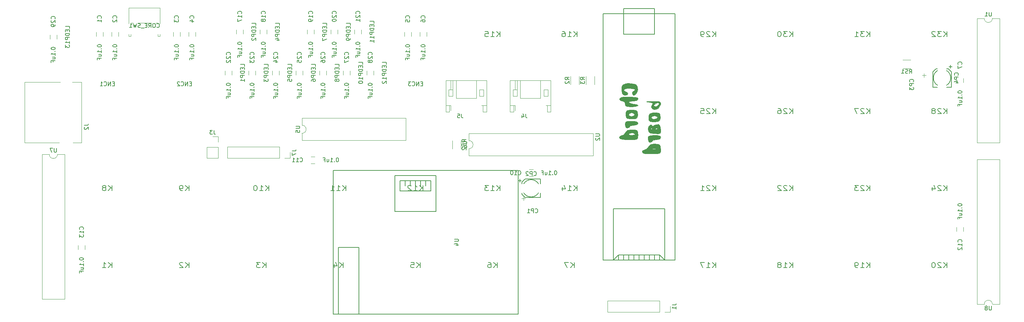
<source format=gbr>
G04 #@! TF.FileFunction,Legend,Bot*
%FSLAX46Y46*%
G04 Gerber Fmt 4.6, Leading zero omitted, Abs format (unit mm)*
G04 Created by KiCad (PCBNEW 4.0.7) date Sat Mar 24 11:27:51 2018*
%MOMM*%
%LPD*%
G01*
G04 APERTURE LIST*
%ADD10C,0.100000*%
%ADD11C,0.120000*%
%ADD12C,0.150000*%
%ADD13C,0.010000*%
%ADD14C,0.203200*%
%ADD15C,0.200000*%
G04 APERTURE END LIST*
D10*
D11*
X193880000Y-102235000D02*
X194780000Y-102235000D01*
X194330000Y-102685000D02*
X194330000Y-101785000D01*
X293370000Y-71325000D02*
X293370000Y-72225000D01*
X292920000Y-71775000D02*
X293820000Y-71775000D01*
D12*
X227965000Y-116205000D02*
X227965000Y-117475000D01*
X226695000Y-116205000D02*
X226695000Y-117475000D01*
X225425000Y-116205000D02*
X225425000Y-117475000D01*
X224155000Y-116205000D02*
X224155000Y-117475000D01*
X222885000Y-116205000D02*
X222885000Y-117475000D01*
X221615000Y-116205000D02*
X221615000Y-117475000D01*
X220345000Y-116205000D02*
X220345000Y-117475000D01*
X219075000Y-116205000D02*
X219075000Y-117475000D01*
X217805000Y-116205000D02*
X217805000Y-117475000D01*
X229235000Y-117475000D02*
X227965000Y-116205000D01*
X227965000Y-116205000D02*
X217805000Y-116205000D01*
X217805000Y-116205000D02*
X216535000Y-117475000D01*
X216535000Y-117475000D02*
X216535000Y-104775000D01*
X216535000Y-104775000D02*
X229235000Y-104775000D01*
X229235000Y-104775000D02*
X229235000Y-117475000D01*
X213995000Y-117475000D02*
X213995000Y-56515000D01*
X231775000Y-56515000D02*
X231775000Y-117475000D01*
X226695000Y-56515000D02*
X226695000Y-55245000D01*
X226695000Y-55245000D02*
X219075000Y-55245000D01*
X219075000Y-55245000D02*
X219075000Y-56515000D01*
X226695000Y-61595000D02*
X219075000Y-61595000D01*
X219075000Y-61595000D02*
X219075000Y-56515000D01*
X226695000Y-61595000D02*
X226695000Y-56515000D01*
X213995000Y-117475000D02*
X231775000Y-117475000D01*
X231775000Y-56515000D02*
X213995000Y-56515000D01*
D11*
X103960000Y-58755000D02*
X103960000Y-58985000D01*
X104480000Y-55085000D02*
X96760000Y-55085000D01*
X96760000Y-55085000D02*
X96760000Y-58985000D01*
X104480000Y-62095000D02*
X103960000Y-62095000D01*
X104480000Y-55085000D02*
X104480000Y-58985000D01*
X97280000Y-58755000D02*
X97280000Y-58985000D01*
X103960000Y-61585000D02*
X103960000Y-62095000D01*
X104480000Y-61585000D02*
X104480000Y-62095000D01*
X97820000Y-58755000D02*
X97280000Y-58755000D01*
X97280000Y-61585000D02*
X97280000Y-62095000D01*
X97280000Y-62095000D02*
X96760000Y-62095000D01*
X96760000Y-61585000D02*
X96760000Y-62095000D01*
X103960000Y-58755000D02*
X103420000Y-58755000D01*
X102320000Y-58755000D02*
X98920000Y-58755000D01*
D12*
X153670000Y-130810000D02*
X153670000Y-114300000D01*
X153670000Y-114300000D02*
X148590000Y-114300000D01*
X148590000Y-114300000D02*
X148590000Y-130810000D01*
X165100000Y-97790000D02*
X165100000Y-99060000D01*
X166370000Y-97790000D02*
X166370000Y-99060000D01*
X167640000Y-97790000D02*
X167640000Y-99060000D01*
X168910000Y-99060000D02*
X168910000Y-97790000D01*
X170180000Y-99060000D02*
X170180000Y-97790000D01*
X171450000Y-97790000D02*
X171450000Y-100330000D01*
X171450000Y-100330000D02*
X163830000Y-100330000D01*
X163830000Y-100330000D02*
X163830000Y-97790000D01*
X163830000Y-97790000D02*
X171450000Y-97790000D01*
X147320000Y-130810000D02*
X158750000Y-130810000D01*
X158750000Y-95250000D02*
X147320000Y-95250000D01*
X193040000Y-95250000D02*
X176530000Y-95250000D01*
X176530000Y-130810000D02*
X193040000Y-130810000D01*
X162560000Y-96520000D02*
X172720000Y-96520000D01*
X172720000Y-105410000D02*
X162560000Y-105410000D01*
X172720000Y-96520000D02*
X172720000Y-105410000D01*
X162560000Y-96520000D02*
X162560000Y-105410000D01*
X193040000Y-130810000D02*
X193040000Y-95250000D01*
X176530000Y-95250000D02*
X158750000Y-95250000D01*
X147320000Y-95250000D02*
X147320000Y-130810000D01*
X158750000Y-130810000D02*
X176530000Y-130810000D01*
D11*
X85090000Y-73405000D02*
X82760000Y-73405000D01*
X85090000Y-88395000D02*
X82970000Y-88395000D01*
X85090000Y-73405000D02*
X85090000Y-88395000D01*
X71000000Y-73405000D02*
X71000000Y-88395000D01*
X79800000Y-73405000D02*
X71000000Y-73405000D01*
X79600000Y-88395000D02*
X71000000Y-88395000D01*
X77105000Y-91320000D02*
G75*
G03X79105000Y-91320000I1000000J0D01*
G01*
X79105000Y-91320000D02*
X80875000Y-91320000D01*
X80875000Y-91320000D02*
X80875000Y-127120000D01*
X80875000Y-127120000D02*
X75335000Y-127120000D01*
X75335000Y-127120000D02*
X75335000Y-91320000D01*
X75335000Y-91320000D02*
X77105000Y-91320000D01*
X310245000Y-128390000D02*
G75*
G03X308245000Y-128390000I-1000000J0D01*
G01*
X308245000Y-128390000D02*
X306475000Y-128390000D01*
X306475000Y-128390000D02*
X306475000Y-92590000D01*
X306475000Y-92590000D02*
X312015000Y-92590000D01*
X312015000Y-92590000D02*
X312015000Y-128390000D01*
X312015000Y-128390000D02*
X310245000Y-128390000D01*
X208080000Y-74025000D02*
X208080000Y-72025000D01*
X205940000Y-72025000D02*
X205940000Y-74025000D01*
X211890000Y-74025000D02*
X211890000Y-72025000D01*
X209750000Y-72025000D02*
X209750000Y-74025000D01*
X88685000Y-62095000D02*
X88685000Y-61095000D01*
X90385000Y-61095000D02*
X90385000Y-62095000D01*
X92495000Y-62095000D02*
X92495000Y-61095000D01*
X94195000Y-61095000D02*
X94195000Y-62095000D01*
X107735000Y-62095000D02*
X107735000Y-61095000D01*
X109435000Y-61095000D02*
X109435000Y-62095000D01*
X111545000Y-62095000D02*
X111545000Y-61095000D01*
X113245000Y-61095000D02*
X113245000Y-62095000D01*
X164885000Y-62095000D02*
X164885000Y-61095000D01*
X166585000Y-61095000D02*
X166585000Y-62095000D01*
X168695000Y-62095000D02*
X168695000Y-61095000D01*
X170395000Y-61095000D02*
X170395000Y-62095000D01*
X196715000Y-96735000D02*
X195715000Y-96735000D01*
X195715000Y-95035000D02*
X196715000Y-95035000D01*
X303110000Y-109335000D02*
X303110000Y-110335000D01*
X301410000Y-110335000D02*
X301410000Y-109335000D01*
X84240000Y-114800000D02*
X84240000Y-113800000D01*
X85940000Y-113800000D02*
X85940000Y-114800000D01*
X133985000Y-92195000D02*
X121165000Y-92195000D01*
X121165000Y-92195000D02*
X121165000Y-89415000D01*
X121165000Y-89415000D02*
X133985000Y-89415000D01*
X133985000Y-89415000D02*
X133985000Y-92195000D01*
X135255000Y-92195000D02*
X136645000Y-92195000D01*
X136645000Y-92195000D02*
X136645000Y-90805000D01*
X180855000Y-89900000D02*
G75*
G03X180855000Y-87900000I0J1000000D01*
G01*
X180855000Y-87900000D02*
X180855000Y-86130000D01*
X180855000Y-86130000D02*
X211575000Y-86130000D01*
X211575000Y-86130000D02*
X211575000Y-91670000D01*
X211575000Y-91670000D02*
X180855000Y-91670000D01*
X180855000Y-91670000D02*
X180855000Y-89900000D01*
X176730000Y-87900000D02*
X176730000Y-89900000D01*
X178870000Y-89900000D02*
X178870000Y-87900000D01*
X142760000Y-93560000D02*
X141760000Y-93560000D01*
X141760000Y-91860000D02*
X142760000Y-91860000D01*
X139580000Y-86090000D02*
G75*
G03X139580000Y-84090000I0J1000000D01*
G01*
X139580000Y-84090000D02*
X139580000Y-82320000D01*
X139580000Y-82320000D02*
X165220000Y-82320000D01*
X165220000Y-82320000D02*
X165220000Y-87860000D01*
X165220000Y-87860000D02*
X139580000Y-87860000D01*
X139580000Y-87860000D02*
X139580000Y-86090000D01*
X123356000Y-61460000D02*
X123356000Y-60460000D01*
X125056000Y-60460000D02*
X125056000Y-61460000D01*
X129198000Y-61460000D02*
X129198000Y-60460000D01*
X130898000Y-60460000D02*
X130898000Y-61460000D01*
X140882000Y-61460000D02*
X140882000Y-60460000D01*
X142582000Y-60460000D02*
X142582000Y-61460000D01*
X146724000Y-61460000D02*
X146724000Y-60460000D01*
X148424000Y-60460000D02*
X148424000Y-61460000D01*
X152566000Y-61460000D02*
X152566000Y-60460000D01*
X154266000Y-60460000D02*
X154266000Y-61460000D01*
X120562000Y-71620000D02*
X120562000Y-70620000D01*
X122262000Y-70620000D02*
X122262000Y-71620000D01*
X126404000Y-71620000D02*
X126404000Y-70620000D01*
X128104000Y-70620000D02*
X128104000Y-71620000D01*
X132246000Y-71620000D02*
X132246000Y-70620000D01*
X133946000Y-70620000D02*
X133946000Y-71620000D01*
X138088000Y-71620000D02*
X138088000Y-70620000D01*
X139788000Y-70620000D02*
X139788000Y-71620000D01*
X143930000Y-71620000D02*
X143930000Y-70620000D01*
X145630000Y-70620000D02*
X145630000Y-71620000D01*
X149772000Y-71620000D02*
X149772000Y-70620000D01*
X151472000Y-70620000D02*
X151472000Y-71620000D01*
X155614000Y-71620000D02*
X155614000Y-70620000D01*
X157314000Y-70620000D02*
X157314000Y-71620000D01*
X77255000Y-62730000D02*
X77255000Y-61730000D01*
X78955000Y-61730000D02*
X78955000Y-62730000D01*
X227965000Y-130295000D02*
X215145000Y-130295000D01*
X215145000Y-130295000D02*
X215145000Y-127515000D01*
X215145000Y-127515000D02*
X227965000Y-127515000D01*
X227965000Y-127515000D02*
X227965000Y-130295000D01*
X229235000Y-130295000D02*
X230625000Y-130295000D01*
X230625000Y-130295000D02*
X230625000Y-128905000D01*
X193540000Y-73025000D02*
X193540000Y-77375000D01*
X193540000Y-77375000D02*
X198540000Y-77375000D01*
X198540000Y-77375000D02*
X198540000Y-73025000D01*
X192240000Y-79225000D02*
X191890000Y-79225000D01*
X191890000Y-79225000D02*
X191890000Y-80825000D01*
X191890000Y-80825000D02*
X190990000Y-80825000D01*
X190990000Y-80825000D02*
X190990000Y-73025000D01*
X190990000Y-73025000D02*
X201090000Y-73025000D01*
X201090000Y-73025000D02*
X201090000Y-80825000D01*
X201090000Y-80825000D02*
X200190000Y-80825000D01*
X200190000Y-80825000D02*
X200190000Y-79225000D01*
X200190000Y-79225000D02*
X199840000Y-79225000D01*
X190990000Y-79225000D02*
X191890000Y-79225000D01*
X201090000Y-79225000D02*
X200190000Y-79225000D01*
X191740000Y-76875000D02*
X191740000Y-75275000D01*
X191740000Y-75275000D02*
X192740000Y-75275000D01*
X192740000Y-75275000D02*
X192740000Y-76875000D01*
X192740000Y-76875000D02*
X191740000Y-76875000D01*
X200340000Y-76875000D02*
X200340000Y-75275000D01*
X200340000Y-75275000D02*
X199340000Y-75275000D01*
X199340000Y-75275000D02*
X199340000Y-76875000D01*
X199340000Y-76875000D02*
X200340000Y-76875000D01*
X192740000Y-75275000D02*
X192740000Y-73025000D01*
X192240000Y-75275000D02*
X192240000Y-73025000D01*
X192240000Y-79225000D02*
X192240000Y-80425000D01*
X177665000Y-73025000D02*
X177665000Y-77375000D01*
X177665000Y-77375000D02*
X182665000Y-77375000D01*
X182665000Y-77375000D02*
X182665000Y-73025000D01*
X176365000Y-79225000D02*
X176015000Y-79225000D01*
X176015000Y-79225000D02*
X176015000Y-80825000D01*
X176015000Y-80825000D02*
X175115000Y-80825000D01*
X175115000Y-80825000D02*
X175115000Y-73025000D01*
X175115000Y-73025000D02*
X185215000Y-73025000D01*
X185215000Y-73025000D02*
X185215000Y-80825000D01*
X185215000Y-80825000D02*
X184315000Y-80825000D01*
X184315000Y-80825000D02*
X184315000Y-79225000D01*
X184315000Y-79225000D02*
X183965000Y-79225000D01*
X175115000Y-79225000D02*
X176015000Y-79225000D01*
X185215000Y-79225000D02*
X184315000Y-79225000D01*
X175865000Y-76875000D02*
X175865000Y-75275000D01*
X175865000Y-75275000D02*
X176865000Y-75275000D01*
X176865000Y-75275000D02*
X176865000Y-76875000D01*
X176865000Y-76875000D02*
X175865000Y-76875000D01*
X184465000Y-76875000D02*
X184465000Y-75275000D01*
X184465000Y-75275000D02*
X183465000Y-75275000D01*
X183465000Y-75275000D02*
X183465000Y-76875000D01*
X183465000Y-76875000D02*
X184465000Y-76875000D01*
X176865000Y-75275000D02*
X176865000Y-73025000D01*
X176365000Y-75275000D02*
X176365000Y-73025000D01*
X176365000Y-79225000D02*
X176365000Y-80425000D01*
X301410000Y-73525000D02*
X301410000Y-72525000D01*
X303110000Y-72525000D02*
X303110000Y-73525000D01*
X290052000Y-67891000D02*
X288052000Y-67891000D01*
X288052000Y-70031000D02*
X290052000Y-70031000D01*
X308245000Y-57665000D02*
G75*
G03X310245000Y-57665000I1000000J0D01*
G01*
X310245000Y-57665000D02*
X312015000Y-57665000D01*
X312015000Y-57665000D02*
X312015000Y-88385000D01*
X312015000Y-88385000D02*
X306475000Y-88385000D01*
X306475000Y-88385000D02*
X306475000Y-57665000D01*
X306475000Y-57665000D02*
X308245000Y-57665000D01*
X118865000Y-89535000D02*
X118865000Y-92195000D01*
X118865000Y-92195000D02*
X116085000Y-92195000D01*
X116085000Y-92195000D02*
X116085000Y-89535000D01*
X116085000Y-89535000D02*
X118865000Y-89535000D01*
X118865000Y-88265000D02*
X118865000Y-86875000D01*
X118865000Y-86875000D02*
X117475000Y-86875000D01*
D12*
X198501000Y-101993700D02*
X198501000Y-100825300D01*
X198501000Y-97421700D02*
X198501000Y-98590100D01*
X193929000Y-98183700D02*
X193929000Y-98590100D01*
X193929000Y-101231700D02*
X193929000Y-100825300D01*
X198044524Y-100824127D02*
G75*
G02X194386200Y-100825300I-1829524J1129127D01*
G01*
X194386626Y-98589396D02*
G75*
G02X198043800Y-98590100I1828374J-1105604D01*
G01*
X194691000Y-101993700D02*
X198501000Y-101993700D01*
X194691000Y-101993700D02*
X193929000Y-101231700D01*
X194691000Y-97421700D02*
X198501000Y-97421700D01*
X194691000Y-97421700D02*
X193929000Y-98183700D01*
X295516300Y-74676000D02*
X296684700Y-74676000D01*
X300088300Y-74676000D02*
X298919900Y-74676000D01*
X299326300Y-70104000D02*
X298919900Y-70104000D01*
X296278300Y-70104000D02*
X296684700Y-70104000D01*
X296685873Y-74219524D02*
G75*
G02X296684700Y-70561200I1129127J1829524D01*
G01*
X298920604Y-70561626D02*
G75*
G02X298919900Y-74218800I-1105604J-1828374D01*
G01*
X295516300Y-70866000D02*
X295516300Y-74676000D01*
X295516300Y-70866000D02*
X296278300Y-70104000D01*
X300088300Y-70866000D02*
X300088300Y-74676000D01*
X300088300Y-70866000D02*
X299326300Y-70104000D01*
D13*
G36*
X224971736Y-78339381D02*
X225184735Y-78363438D01*
X226026156Y-78498104D01*
X226277333Y-78709798D01*
X226124503Y-78994237D01*
X225895985Y-79647287D01*
X226263051Y-80114251D01*
X226786375Y-80221667D01*
X227667679Y-79913624D01*
X228189954Y-79144171D01*
X228247222Y-78740000D01*
X228157200Y-78391688D01*
X227783876Y-78208950D01*
X227346945Y-78177934D01*
X227346945Y-78512281D01*
X227812508Y-78588800D01*
X227817645Y-78865059D01*
X227372388Y-79333390D01*
X227030832Y-79461609D01*
X226565269Y-79385089D01*
X226560132Y-79108831D01*
X227005389Y-78640499D01*
X227346945Y-78512281D01*
X227346945Y-78177934D01*
X226972361Y-78151343D01*
X226042361Y-78164303D01*
X224995445Y-78207924D01*
X224642427Y-78265387D01*
X224971736Y-78339381D01*
X224971736Y-78339381D01*
G37*
X224971736Y-78339381D02*
X225184735Y-78363438D01*
X226026156Y-78498104D01*
X226277333Y-78709798D01*
X226124503Y-78994237D01*
X225895985Y-79647287D01*
X226263051Y-80114251D01*
X226786375Y-80221667D01*
X227667679Y-79913624D01*
X228189954Y-79144171D01*
X228247222Y-78740000D01*
X228157200Y-78391688D01*
X227783876Y-78208950D01*
X227346945Y-78177934D01*
X227346945Y-78512281D01*
X227812508Y-78588800D01*
X227817645Y-78865059D01*
X227372388Y-79333390D01*
X227030832Y-79461609D01*
X226565269Y-79385089D01*
X226560132Y-79108831D01*
X227005389Y-78640499D01*
X227346945Y-78512281D01*
X227346945Y-78177934D01*
X226972361Y-78151343D01*
X226042361Y-78164303D01*
X224995445Y-78207924D01*
X224642427Y-78265387D01*
X224971736Y-78339381D01*
G36*
X225304334Y-82840556D02*
X225606303Y-83142228D01*
X226356714Y-83218608D01*
X226659722Y-83220278D01*
X227576811Y-83168664D01*
X228008251Y-82921218D01*
X228171647Y-82339035D01*
X228182653Y-82248134D01*
X228091650Y-81391282D01*
X227771481Y-81075298D01*
X227042444Y-80963903D01*
X226669264Y-80975751D01*
X226669264Y-81708787D01*
X227047777Y-81773889D01*
X227440697Y-82075767D01*
X227271592Y-82396741D01*
X226650180Y-82615103D01*
X226271666Y-82550000D01*
X225878747Y-82248122D01*
X226047852Y-81927148D01*
X226669264Y-81708787D01*
X226669264Y-80975751D01*
X226248550Y-80989109D01*
X225530732Y-81183725D01*
X225271636Y-81698529D01*
X225248611Y-82161945D01*
X225304334Y-82840556D01*
X225304334Y-82840556D01*
G37*
X225304334Y-82840556D02*
X225606303Y-83142228D01*
X226356714Y-83218608D01*
X226659722Y-83220278D01*
X227576811Y-83168664D01*
X228008251Y-82921218D01*
X228171647Y-82339035D01*
X228182653Y-82248134D01*
X228091650Y-81391282D01*
X227771481Y-81075298D01*
X227042444Y-80963903D01*
X226669264Y-80975751D01*
X226669264Y-81708787D01*
X227047777Y-81773889D01*
X227440697Y-82075767D01*
X227271592Y-82396741D01*
X226650180Y-82615103D01*
X226271666Y-82550000D01*
X225878747Y-82248122D01*
X226047852Y-81927148D01*
X226669264Y-81708787D01*
X226669264Y-80975751D01*
X226248550Y-80989109D01*
X225530732Y-81183725D01*
X225271636Y-81698529D01*
X225248611Y-82161945D01*
X225304334Y-82840556D01*
G36*
X225297121Y-85712254D02*
X225720373Y-86008900D01*
X226619254Y-86141285D01*
X226747916Y-86150979D01*
X227686751Y-86188774D01*
X228119111Y-86034589D01*
X228241207Y-85560016D01*
X228247222Y-85169768D01*
X228081044Y-84283168D01*
X227713562Y-83875295D01*
X227188888Y-83898096D01*
X227188888Y-84807778D01*
X227479264Y-84936854D01*
X227424074Y-85042963D01*
X227005409Y-85085184D01*
X226953703Y-85042963D01*
X227002129Y-84833237D01*
X227188888Y-84807778D01*
X227188888Y-83898096D01*
X227017708Y-83905536D01*
X226655229Y-84105951D01*
X226214196Y-84332003D01*
X226130555Y-84156490D01*
X225954166Y-84001381D01*
X225954166Y-84807778D01*
X226130555Y-84984167D01*
X225954166Y-85160556D01*
X225777777Y-84984167D01*
X225954166Y-84807778D01*
X225954166Y-84001381D01*
X225872237Y-83929335D01*
X225582305Y-83981972D01*
X225170675Y-84489425D01*
X225141333Y-85117428D01*
X225297121Y-85712254D01*
X225297121Y-85712254D01*
G37*
X225297121Y-85712254D02*
X225720373Y-86008900D01*
X226619254Y-86141285D01*
X226747916Y-86150979D01*
X227686751Y-86188774D01*
X228119111Y-86034589D01*
X228241207Y-85560016D01*
X228247222Y-85169768D01*
X228081044Y-84283168D01*
X227713562Y-83875295D01*
X227188888Y-83898096D01*
X227188888Y-84807778D01*
X227479264Y-84936854D01*
X227424074Y-85042963D01*
X227005409Y-85085184D01*
X226953703Y-85042963D01*
X227002129Y-84833237D01*
X227188888Y-84807778D01*
X227188888Y-83898096D01*
X227017708Y-83905536D01*
X226655229Y-84105951D01*
X226214196Y-84332003D01*
X226130555Y-84156490D01*
X225954166Y-84001381D01*
X225954166Y-84807778D01*
X226130555Y-84984167D01*
X225954166Y-85160556D01*
X225777777Y-84984167D01*
X225954166Y-84807778D01*
X225954166Y-84001381D01*
X225872237Y-83929335D01*
X225582305Y-83981972D01*
X225170675Y-84489425D01*
X225141333Y-85117428D01*
X225297121Y-85712254D01*
G36*
X225256224Y-88162939D02*
X225601388Y-88335556D01*
X226070854Y-88145066D01*
X226130555Y-87982778D01*
X226437108Y-87735081D01*
X227175721Y-87630027D01*
X227188888Y-87630000D01*
X228029106Y-87472233D01*
X228247222Y-87100834D01*
X228039465Y-86752053D01*
X227333043Y-86593184D01*
X226659722Y-86571667D01*
X225680108Y-86608222D01*
X225215977Y-86787902D01*
X225078285Y-87215732D01*
X225072222Y-87453611D01*
X225256224Y-88162939D01*
X225256224Y-88162939D01*
G37*
X225256224Y-88162939D02*
X225601388Y-88335556D01*
X226070854Y-88145066D01*
X226130555Y-87982778D01*
X226437108Y-87735081D01*
X227175721Y-87630027D01*
X227188888Y-87630000D01*
X228029106Y-87472233D01*
X228247222Y-87100834D01*
X228039465Y-86752053D01*
X227333043Y-86593184D01*
X226659722Y-86571667D01*
X225680108Y-86608222D01*
X225215977Y-86787902D01*
X225078285Y-87215732D01*
X225072222Y-87453611D01*
X225256224Y-88162939D01*
G36*
X223814196Y-90925429D02*
X224361203Y-91090401D01*
X225433756Y-91153903D01*
X225954166Y-91157778D01*
X227185857Y-91145469D01*
X227871764Y-91062111D01*
X228171661Y-90838061D01*
X228245317Y-90403675D01*
X228247222Y-90158241D01*
X228171668Y-89350291D01*
X228012037Y-88923519D01*
X227529459Y-88763916D01*
X226667199Y-88689113D01*
X226659722Y-88689055D01*
X226659722Y-89815441D01*
X227262204Y-89853573D01*
X227315248Y-89964008D01*
X227283797Y-89978067D01*
X226583467Y-90047854D01*
X226225464Y-89991139D01*
X226081601Y-89878844D01*
X226550170Y-89817767D01*
X226659722Y-89815441D01*
X226659722Y-88689055D01*
X226567899Y-88688334D01*
X225657601Y-88807132D01*
X225229153Y-89228767D01*
X225174439Y-89393889D01*
X224743103Y-89970358D01*
X224325521Y-90099445D01*
X223776524Y-90331475D01*
X223661111Y-90628612D01*
X223814196Y-90925429D01*
X223814196Y-90925429D01*
G37*
X223814196Y-90925429D02*
X224361203Y-91090401D01*
X225433756Y-91153903D01*
X225954166Y-91157778D01*
X227185857Y-91145469D01*
X227871764Y-91062111D01*
X228171661Y-90838061D01*
X228245317Y-90403675D01*
X228247222Y-90158241D01*
X228171668Y-89350291D01*
X228012037Y-88923519D01*
X227529459Y-88763916D01*
X226667199Y-88689113D01*
X226659722Y-88689055D01*
X226659722Y-89815441D01*
X227262204Y-89853573D01*
X227315248Y-89964008D01*
X227283797Y-89978067D01*
X226583467Y-90047854D01*
X226225464Y-89991139D01*
X226081601Y-89878844D01*
X226550170Y-89817767D01*
X226659722Y-89815441D01*
X226659722Y-88689055D01*
X226567899Y-88688334D01*
X225657601Y-88807132D01*
X225229153Y-89228767D01*
X225174439Y-89393889D01*
X224743103Y-89970358D01*
X224325521Y-90099445D01*
X223776524Y-90331475D01*
X223661111Y-90628612D01*
X223814196Y-90925429D01*
G36*
X218633962Y-76157361D02*
X218984223Y-76542417D01*
X219339583Y-76630231D01*
X219978862Y-76536248D01*
X220105049Y-76170582D01*
X219643243Y-75778705D01*
X219604166Y-75763130D01*
X219096866Y-75434037D01*
X219221311Y-75143292D01*
X219904357Y-74959989D01*
X220486111Y-74930000D01*
X221369752Y-75008242D01*
X221861239Y-75203700D01*
X221897222Y-75282778D01*
X221628767Y-75625305D01*
X221544444Y-75635556D01*
X221235650Y-75923033D01*
X221191666Y-76190590D01*
X221357266Y-76682093D01*
X221741152Y-76687660D01*
X222173954Y-76310871D01*
X222486302Y-75655308D01*
X222536951Y-75367856D01*
X222517232Y-74523483D01*
X222124606Y-74059228D01*
X221655007Y-73846157D01*
X220287500Y-73655443D01*
X219604166Y-73771393D01*
X218874081Y-74085528D01*
X218586092Y-74629343D01*
X218545833Y-75295982D01*
X218633962Y-76157361D01*
X218633962Y-76157361D01*
G37*
X218633962Y-76157361D02*
X218984223Y-76542417D01*
X219339583Y-76630231D01*
X219978862Y-76536248D01*
X220105049Y-76170582D01*
X219643243Y-75778705D01*
X219604166Y-75763130D01*
X219096866Y-75434037D01*
X219221311Y-75143292D01*
X219904357Y-74959989D01*
X220486111Y-74930000D01*
X221369752Y-75008242D01*
X221861239Y-75203700D01*
X221897222Y-75282778D01*
X221628767Y-75625305D01*
X221544444Y-75635556D01*
X221235650Y-75923033D01*
X221191666Y-76190590D01*
X221357266Y-76682093D01*
X221741152Y-76687660D01*
X222173954Y-76310871D01*
X222486302Y-75655308D01*
X222536951Y-75367856D01*
X222517232Y-74523483D01*
X222124606Y-74059228D01*
X221655007Y-73846157D01*
X220287500Y-73655443D01*
X219604166Y-73771393D01*
X218874081Y-74085528D01*
X218586092Y-74629343D01*
X218545833Y-75295982D01*
X218633962Y-76157361D01*
G36*
X218310775Y-78006784D02*
X218722222Y-78105000D01*
X219311822Y-78354452D01*
X219427777Y-78810556D01*
X219531647Y-79251472D01*
X219962952Y-79459969D01*
X220901234Y-79515842D01*
X221015277Y-79516112D01*
X221962025Y-79446043D01*
X222529934Y-79268762D01*
X222602777Y-79163334D01*
X222296708Y-78913743D01*
X221565264Y-78810556D01*
X220750561Y-78701811D01*
X220309722Y-78457778D01*
X220458763Y-78217727D01*
X221177458Y-78107603D01*
X221347235Y-78105000D01*
X222268668Y-77994144D01*
X222598953Y-77638426D01*
X222602777Y-77575834D01*
X222449692Y-77279016D01*
X221902685Y-77114044D01*
X220830132Y-77050542D01*
X220309722Y-77046667D01*
X219023512Y-77081995D01*
X218308632Y-77208227D01*
X218033457Y-77455739D01*
X218016666Y-77575834D01*
X218310775Y-78006784D01*
X218310775Y-78006784D01*
G37*
X218310775Y-78006784D02*
X218722222Y-78105000D01*
X219311822Y-78354452D01*
X219427777Y-78810556D01*
X219531647Y-79251472D01*
X219962952Y-79459969D01*
X220901234Y-79515842D01*
X221015277Y-79516112D01*
X221962025Y-79446043D01*
X222529934Y-79268762D01*
X222602777Y-79163334D01*
X222296708Y-78913743D01*
X221565264Y-78810556D01*
X220750561Y-78701811D01*
X220309722Y-78457778D01*
X220458763Y-78217727D01*
X221177458Y-78107603D01*
X221347235Y-78105000D01*
X222268668Y-77994144D01*
X222598953Y-77638426D01*
X222602777Y-77575834D01*
X222449692Y-77279016D01*
X221902685Y-77114044D01*
X220830132Y-77050542D01*
X220309722Y-77046667D01*
X219023512Y-77081995D01*
X218308632Y-77208227D01*
X218033457Y-77455739D01*
X218016666Y-77575834D01*
X218310775Y-78006784D01*
G36*
X219659890Y-82135000D02*
X219961859Y-82436673D01*
X220712269Y-82513053D01*
X221015277Y-82514723D01*
X221932367Y-82463109D01*
X222363807Y-82215663D01*
X222527203Y-81633479D01*
X222538209Y-81542578D01*
X222447206Y-80685727D01*
X222127037Y-80369742D01*
X221397999Y-80258347D01*
X221024819Y-80270195D01*
X221024819Y-81003231D01*
X221403333Y-81068334D01*
X221796252Y-81370212D01*
X221627147Y-81691186D01*
X221005735Y-81909547D01*
X220627222Y-81844445D01*
X220234302Y-81542567D01*
X220403407Y-81221593D01*
X221024819Y-81003231D01*
X221024819Y-80270195D01*
X220604105Y-80283554D01*
X219886288Y-80478170D01*
X219627192Y-80992974D01*
X219604166Y-81456389D01*
X219659890Y-82135000D01*
X219659890Y-82135000D01*
G37*
X219659890Y-82135000D02*
X219961859Y-82436673D01*
X220712269Y-82513053D01*
X221015277Y-82514723D01*
X221932367Y-82463109D01*
X222363807Y-82215663D01*
X222527203Y-81633479D01*
X222538209Y-81542578D01*
X222447206Y-80685727D01*
X222127037Y-80369742D01*
X221397999Y-80258347D01*
X221024819Y-80270195D01*
X221024819Y-81003231D01*
X221403333Y-81068334D01*
X221796252Y-81370212D01*
X221627147Y-81691186D01*
X221005735Y-81909547D01*
X220627222Y-81844445D01*
X220234302Y-81542567D01*
X220403407Y-81221593D01*
X221024819Y-81003231D01*
X221024819Y-80270195D01*
X220604105Y-80283554D01*
X219886288Y-80478170D01*
X219627192Y-80992974D01*
X219604166Y-81456389D01*
X219659890Y-82135000D01*
G36*
X219611780Y-84635161D02*
X219956944Y-84807778D01*
X220426410Y-84617288D01*
X220486111Y-84455000D01*
X220792663Y-84207304D01*
X221531277Y-84102250D01*
X221544444Y-84102223D01*
X222384661Y-83944456D01*
X222602777Y-83573056D01*
X222395020Y-83224275D01*
X221688599Y-83065406D01*
X221015277Y-83043889D01*
X220035664Y-83080444D01*
X219571533Y-83260124D01*
X219433840Y-83687954D01*
X219427777Y-83925834D01*
X219611780Y-84635161D01*
X219611780Y-84635161D01*
G37*
X219611780Y-84635161D02*
X219956944Y-84807778D01*
X220426410Y-84617288D01*
X220486111Y-84455000D01*
X220792663Y-84207304D01*
X221531277Y-84102250D01*
X221544444Y-84102223D01*
X222384661Y-83944456D01*
X222602777Y-83573056D01*
X222395020Y-83224275D01*
X221688599Y-83065406D01*
X221015277Y-83043889D01*
X220035664Y-83080444D01*
X219571533Y-83260124D01*
X219433840Y-83687954D01*
X219427777Y-83925834D01*
X219611780Y-84635161D01*
G36*
X218169752Y-87397651D02*
X218716759Y-87562624D01*
X219789312Y-87626126D01*
X220309722Y-87630000D01*
X221541412Y-87617691D01*
X222227320Y-87534333D01*
X222527216Y-87310283D01*
X222600873Y-86875897D01*
X222602777Y-86630463D01*
X222527223Y-85822514D01*
X222367592Y-85395741D01*
X221885014Y-85236138D01*
X221032785Y-85162206D01*
X221032785Y-85932090D01*
X221344342Y-85984586D01*
X221853555Y-86284770D01*
X221691059Y-86496389D01*
X220944722Y-86571667D01*
X220319589Y-86500753D01*
X220317449Y-86253571D01*
X220391842Y-86172047D01*
X221032785Y-85932090D01*
X221032785Y-85162206D01*
X221022755Y-85161335D01*
X220923454Y-85160556D01*
X220013156Y-85279354D01*
X219584709Y-85700990D01*
X219529994Y-85866112D01*
X219098658Y-86442580D01*
X218681077Y-86571667D01*
X218132079Y-86803697D01*
X218016666Y-87100834D01*
X218169752Y-87397651D01*
X218169752Y-87397651D01*
G37*
X218169752Y-87397651D02*
X218716759Y-87562624D01*
X219789312Y-87626126D01*
X220309722Y-87630000D01*
X221541412Y-87617691D01*
X222227320Y-87534333D01*
X222527216Y-87310283D01*
X222600873Y-86875897D01*
X222602777Y-86630463D01*
X222527223Y-85822514D01*
X222367592Y-85395741D01*
X221885014Y-85236138D01*
X221032785Y-85162206D01*
X221032785Y-85932090D01*
X221344342Y-85984586D01*
X221853555Y-86284770D01*
X221691059Y-86496389D01*
X220944722Y-86571667D01*
X220319589Y-86500753D01*
X220317449Y-86253571D01*
X220391842Y-86172047D01*
X221032785Y-85932090D01*
X221032785Y-85162206D01*
X221022755Y-85161335D01*
X220923454Y-85160556D01*
X220013156Y-85279354D01*
X219584709Y-85700990D01*
X219529994Y-85866112D01*
X219098658Y-86442580D01*
X218681077Y-86571667D01*
X218132079Y-86803697D01*
X218016666Y-87100834D01*
X218169752Y-87397651D01*
D12*
X197246666Y-105652143D02*
X197294285Y-105699762D01*
X197437142Y-105747381D01*
X197532380Y-105747381D01*
X197675238Y-105699762D01*
X197770476Y-105604524D01*
X197818095Y-105509286D01*
X197865714Y-105318810D01*
X197865714Y-105175952D01*
X197818095Y-104985476D01*
X197770476Y-104890238D01*
X197675238Y-104795000D01*
X197532380Y-104747381D01*
X197437142Y-104747381D01*
X197294285Y-104795000D01*
X197246666Y-104842619D01*
X196818095Y-105747381D02*
X196818095Y-104747381D01*
X196437142Y-104747381D01*
X196341904Y-104795000D01*
X196294285Y-104842619D01*
X196246666Y-104937857D01*
X196246666Y-105080714D01*
X196294285Y-105175952D01*
X196341904Y-105223571D01*
X196437142Y-105271190D01*
X196818095Y-105271190D01*
X195294285Y-105747381D02*
X195865714Y-105747381D01*
X195580000Y-105747381D02*
X195580000Y-104747381D01*
X195675238Y-104890238D01*
X195770476Y-104985476D01*
X195865714Y-105033095D01*
X290667143Y-73358334D02*
X290714762Y-73310715D01*
X290762381Y-73167858D01*
X290762381Y-73072620D01*
X290714762Y-72929762D01*
X290619524Y-72834524D01*
X290524286Y-72786905D01*
X290333810Y-72739286D01*
X290190952Y-72739286D01*
X290000476Y-72786905D01*
X289905238Y-72834524D01*
X289810000Y-72929762D01*
X289762381Y-73072620D01*
X289762381Y-73167858D01*
X289810000Y-73310715D01*
X289857619Y-73358334D01*
X290762381Y-73786905D02*
X289762381Y-73786905D01*
X289762381Y-74167858D01*
X289810000Y-74263096D01*
X289857619Y-74310715D01*
X289952857Y-74358334D01*
X290095714Y-74358334D01*
X290190952Y-74310715D01*
X290238571Y-74263096D01*
X290286190Y-74167858D01*
X290286190Y-73786905D01*
X289762381Y-74691667D02*
X289762381Y-75310715D01*
X290143333Y-74977381D01*
X290143333Y-75120239D01*
X290190952Y-75215477D01*
X290238571Y-75263096D01*
X290333810Y-75310715D01*
X290571905Y-75310715D01*
X290667143Y-75263096D01*
X290714762Y-75215477D01*
X290762381Y-75120239D01*
X290762381Y-74834524D01*
X290714762Y-74739286D01*
X290667143Y-74691667D01*
X212177381Y-86233095D02*
X212986905Y-86233095D01*
X213082143Y-86280714D01*
X213129762Y-86328333D01*
X213177381Y-86423571D01*
X213177381Y-86614048D01*
X213129762Y-86709286D01*
X213082143Y-86756905D01*
X212986905Y-86804524D01*
X212177381Y-86804524D01*
X212272619Y-87233095D02*
X212225000Y-87280714D01*
X212177381Y-87375952D01*
X212177381Y-87614048D01*
X212225000Y-87709286D01*
X212272619Y-87756905D01*
X212367857Y-87804524D01*
X212463095Y-87804524D01*
X212605952Y-87756905D01*
X213177381Y-87185476D01*
X213177381Y-87804524D01*
D14*
X299030572Y-100269524D02*
X299030572Y-98999524D01*
X298159715Y-100269524D02*
X298812858Y-99543810D01*
X298159715Y-98999524D02*
X299030572Y-99725238D01*
X297579143Y-99120476D02*
X297506572Y-99060000D01*
X297361429Y-98999524D01*
X296998572Y-98999524D01*
X296853429Y-99060000D01*
X296780858Y-99120476D01*
X296708286Y-99241429D01*
X296708286Y-99362381D01*
X296780858Y-99543810D01*
X297651715Y-100269524D01*
X296708286Y-100269524D01*
X295402000Y-99422857D02*
X295402000Y-100269524D01*
X295764857Y-98939048D02*
X296127714Y-99846190D01*
X295184286Y-99846190D01*
X92564857Y-119319524D02*
X92564857Y-118049524D01*
X91694000Y-119319524D02*
X92347143Y-118593810D01*
X91694000Y-118049524D02*
X92564857Y-118775238D01*
X90242571Y-119319524D02*
X91113428Y-119319524D01*
X90678000Y-119319524D02*
X90678000Y-118049524D01*
X90823143Y-118230952D01*
X90968285Y-118351905D01*
X91113428Y-118412381D01*
X207590572Y-100269524D02*
X207590572Y-98999524D01*
X206719715Y-100269524D02*
X207372858Y-99543810D01*
X206719715Y-98999524D02*
X207590572Y-99725238D01*
X205268286Y-100269524D02*
X206139143Y-100269524D01*
X205703715Y-100269524D02*
X205703715Y-98999524D01*
X205848858Y-99180952D01*
X205994000Y-99301905D01*
X206139143Y-99362381D01*
X203962000Y-99422857D02*
X203962000Y-100269524D01*
X204324857Y-98939048D02*
X204687714Y-99846190D01*
X203744286Y-99846190D01*
X188540572Y-100269524D02*
X188540572Y-98999524D01*
X187669715Y-100269524D02*
X188322858Y-99543810D01*
X187669715Y-98999524D02*
X188540572Y-99725238D01*
X186218286Y-100269524D02*
X187089143Y-100269524D01*
X186653715Y-100269524D02*
X186653715Y-98999524D01*
X186798858Y-99180952D01*
X186944000Y-99301905D01*
X187089143Y-99362381D01*
X185710286Y-98999524D02*
X184766857Y-98999524D01*
X185274857Y-99483333D01*
X185057143Y-99483333D01*
X184912000Y-99543810D01*
X184839429Y-99604286D01*
X184766857Y-99725238D01*
X184766857Y-100027619D01*
X184839429Y-100148571D01*
X184912000Y-100209048D01*
X185057143Y-100269524D01*
X185492571Y-100269524D01*
X185637714Y-100209048D01*
X185710286Y-100148571D01*
X169490572Y-100269524D02*
X169490572Y-98999524D01*
X168619715Y-100269524D02*
X169272858Y-99543810D01*
X168619715Y-98999524D02*
X169490572Y-99725238D01*
X167168286Y-100269524D02*
X168039143Y-100269524D01*
X167603715Y-100269524D02*
X167603715Y-98999524D01*
X167748858Y-99180952D01*
X167894000Y-99301905D01*
X168039143Y-99362381D01*
X166587714Y-99120476D02*
X166515143Y-99060000D01*
X166370000Y-98999524D01*
X166007143Y-98999524D01*
X165862000Y-99060000D01*
X165789429Y-99120476D01*
X165716857Y-99241429D01*
X165716857Y-99362381D01*
X165789429Y-99543810D01*
X166660286Y-100269524D01*
X165716857Y-100269524D01*
X150440572Y-100269524D02*
X150440572Y-98999524D01*
X149569715Y-100269524D02*
X150222858Y-99543810D01*
X149569715Y-98999524D02*
X150440572Y-99725238D01*
X148118286Y-100269524D02*
X148989143Y-100269524D01*
X148553715Y-100269524D02*
X148553715Y-98999524D01*
X148698858Y-99180952D01*
X148844000Y-99301905D01*
X148989143Y-99362381D01*
X146666857Y-100269524D02*
X147537714Y-100269524D01*
X147102286Y-100269524D02*
X147102286Y-98999524D01*
X147247429Y-99180952D01*
X147392571Y-99301905D01*
X147537714Y-99362381D01*
X131390572Y-100269524D02*
X131390572Y-98999524D01*
X130519715Y-100269524D02*
X131172858Y-99543810D01*
X130519715Y-98999524D02*
X131390572Y-99725238D01*
X129068286Y-100269524D02*
X129939143Y-100269524D01*
X129503715Y-100269524D02*
X129503715Y-98999524D01*
X129648858Y-99180952D01*
X129794000Y-99301905D01*
X129939143Y-99362381D01*
X128124857Y-98999524D02*
X127979714Y-98999524D01*
X127834571Y-99060000D01*
X127762000Y-99120476D01*
X127689429Y-99241429D01*
X127616857Y-99483333D01*
X127616857Y-99785714D01*
X127689429Y-100027619D01*
X127762000Y-100148571D01*
X127834571Y-100209048D01*
X127979714Y-100269524D01*
X128124857Y-100269524D01*
X128270000Y-100209048D01*
X128342571Y-100148571D01*
X128415143Y-100027619D01*
X128487714Y-99785714D01*
X128487714Y-99483333D01*
X128415143Y-99241429D01*
X128342571Y-99120476D01*
X128270000Y-99060000D01*
X128124857Y-98999524D01*
X207590572Y-62169524D02*
X207590572Y-60899524D01*
X206719715Y-62169524D02*
X207372858Y-61443810D01*
X206719715Y-60899524D02*
X207590572Y-61625238D01*
X205268286Y-62169524D02*
X206139143Y-62169524D01*
X205703715Y-62169524D02*
X205703715Y-60899524D01*
X205848858Y-61080952D01*
X205994000Y-61201905D01*
X206139143Y-61262381D01*
X203962000Y-60899524D02*
X204252286Y-60899524D01*
X204397429Y-60960000D01*
X204470000Y-61020476D01*
X204615143Y-61201905D01*
X204687714Y-61443810D01*
X204687714Y-61927619D01*
X204615143Y-62048571D01*
X204542571Y-62109048D01*
X204397429Y-62169524D01*
X204107143Y-62169524D01*
X203962000Y-62109048D01*
X203889429Y-62048571D01*
X203816857Y-61927619D01*
X203816857Y-61625238D01*
X203889429Y-61504286D01*
X203962000Y-61443810D01*
X204107143Y-61383333D01*
X204397429Y-61383333D01*
X204542571Y-61443810D01*
X204615143Y-61504286D01*
X204687714Y-61625238D01*
X188540572Y-62169524D02*
X188540572Y-60899524D01*
X187669715Y-62169524D02*
X188322858Y-61443810D01*
X187669715Y-60899524D02*
X188540572Y-61625238D01*
X186218286Y-62169524D02*
X187089143Y-62169524D01*
X186653715Y-62169524D02*
X186653715Y-60899524D01*
X186798858Y-61080952D01*
X186944000Y-61201905D01*
X187089143Y-61262381D01*
X184839429Y-60899524D02*
X185565143Y-60899524D01*
X185637714Y-61504286D01*
X185565143Y-61443810D01*
X185420000Y-61383333D01*
X185057143Y-61383333D01*
X184912000Y-61443810D01*
X184839429Y-61504286D01*
X184766857Y-61625238D01*
X184766857Y-61927619D01*
X184839429Y-62048571D01*
X184912000Y-62109048D01*
X185057143Y-62169524D01*
X185420000Y-62169524D01*
X185565143Y-62109048D01*
X185637714Y-62048571D01*
X241880572Y-119319524D02*
X241880572Y-118049524D01*
X241009715Y-119319524D02*
X241662858Y-118593810D01*
X241009715Y-118049524D02*
X241880572Y-118775238D01*
X239558286Y-119319524D02*
X240429143Y-119319524D01*
X239993715Y-119319524D02*
X239993715Y-118049524D01*
X240138858Y-118230952D01*
X240284000Y-118351905D01*
X240429143Y-118412381D01*
X239050286Y-118049524D02*
X238034286Y-118049524D01*
X238687429Y-119319524D01*
X260930572Y-119319524D02*
X260930572Y-118049524D01*
X260059715Y-119319524D02*
X260712858Y-118593810D01*
X260059715Y-118049524D02*
X260930572Y-118775238D01*
X258608286Y-119319524D02*
X259479143Y-119319524D01*
X259043715Y-119319524D02*
X259043715Y-118049524D01*
X259188858Y-118230952D01*
X259334000Y-118351905D01*
X259479143Y-118412381D01*
X257737429Y-118593810D02*
X257882571Y-118533333D01*
X257955143Y-118472857D01*
X258027714Y-118351905D01*
X258027714Y-118291429D01*
X257955143Y-118170476D01*
X257882571Y-118110000D01*
X257737429Y-118049524D01*
X257447143Y-118049524D01*
X257302000Y-118110000D01*
X257229429Y-118170476D01*
X257156857Y-118291429D01*
X257156857Y-118351905D01*
X257229429Y-118472857D01*
X257302000Y-118533333D01*
X257447143Y-118593810D01*
X257737429Y-118593810D01*
X257882571Y-118654286D01*
X257955143Y-118714762D01*
X258027714Y-118835714D01*
X258027714Y-119077619D01*
X257955143Y-119198571D01*
X257882571Y-119259048D01*
X257737429Y-119319524D01*
X257447143Y-119319524D01*
X257302000Y-119259048D01*
X257229429Y-119198571D01*
X257156857Y-119077619D01*
X257156857Y-118835714D01*
X257229429Y-118714762D01*
X257302000Y-118654286D01*
X257447143Y-118593810D01*
X241880572Y-81219524D02*
X241880572Y-79949524D01*
X241009715Y-81219524D02*
X241662858Y-80493810D01*
X241009715Y-79949524D02*
X241880572Y-80675238D01*
X240429143Y-80070476D02*
X240356572Y-80010000D01*
X240211429Y-79949524D01*
X239848572Y-79949524D01*
X239703429Y-80010000D01*
X239630858Y-80070476D01*
X239558286Y-80191429D01*
X239558286Y-80312381D01*
X239630858Y-80493810D01*
X240501715Y-81219524D01*
X239558286Y-81219524D01*
X238179429Y-79949524D02*
X238905143Y-79949524D01*
X238977714Y-80554286D01*
X238905143Y-80493810D01*
X238760000Y-80433333D01*
X238397143Y-80433333D01*
X238252000Y-80493810D01*
X238179429Y-80554286D01*
X238106857Y-80675238D01*
X238106857Y-80977619D01*
X238179429Y-81098571D01*
X238252000Y-81159048D01*
X238397143Y-81219524D01*
X238760000Y-81219524D01*
X238905143Y-81159048D01*
X238977714Y-81098571D01*
X279980572Y-119319524D02*
X279980572Y-118049524D01*
X279109715Y-119319524D02*
X279762858Y-118593810D01*
X279109715Y-118049524D02*
X279980572Y-118775238D01*
X277658286Y-119319524D02*
X278529143Y-119319524D01*
X278093715Y-119319524D02*
X278093715Y-118049524D01*
X278238858Y-118230952D01*
X278384000Y-118351905D01*
X278529143Y-118412381D01*
X276932571Y-119319524D02*
X276642286Y-119319524D01*
X276497143Y-119259048D01*
X276424571Y-119198571D01*
X276279429Y-119017143D01*
X276206857Y-118775238D01*
X276206857Y-118291429D01*
X276279429Y-118170476D01*
X276352000Y-118110000D01*
X276497143Y-118049524D01*
X276787429Y-118049524D01*
X276932571Y-118110000D01*
X277005143Y-118170476D01*
X277077714Y-118291429D01*
X277077714Y-118593810D01*
X277005143Y-118714762D01*
X276932571Y-118775238D01*
X276787429Y-118835714D01*
X276497143Y-118835714D01*
X276352000Y-118775238D01*
X276279429Y-118714762D01*
X276206857Y-118593810D01*
X260930572Y-81219524D02*
X260930572Y-79949524D01*
X260059715Y-81219524D02*
X260712858Y-80493810D01*
X260059715Y-79949524D02*
X260930572Y-80675238D01*
X259479143Y-80070476D02*
X259406572Y-80010000D01*
X259261429Y-79949524D01*
X258898572Y-79949524D01*
X258753429Y-80010000D01*
X258680858Y-80070476D01*
X258608286Y-80191429D01*
X258608286Y-80312381D01*
X258680858Y-80493810D01*
X259551715Y-81219524D01*
X258608286Y-81219524D01*
X257302000Y-79949524D02*
X257592286Y-79949524D01*
X257737429Y-80010000D01*
X257810000Y-80070476D01*
X257955143Y-80251905D01*
X258027714Y-80493810D01*
X258027714Y-80977619D01*
X257955143Y-81098571D01*
X257882571Y-81159048D01*
X257737429Y-81219524D01*
X257447143Y-81219524D01*
X257302000Y-81159048D01*
X257229429Y-81098571D01*
X257156857Y-80977619D01*
X257156857Y-80675238D01*
X257229429Y-80554286D01*
X257302000Y-80493810D01*
X257447143Y-80433333D01*
X257737429Y-80433333D01*
X257882571Y-80493810D01*
X257955143Y-80554286D01*
X258027714Y-80675238D01*
X299030572Y-119319524D02*
X299030572Y-118049524D01*
X298159715Y-119319524D02*
X298812858Y-118593810D01*
X298159715Y-118049524D02*
X299030572Y-118775238D01*
X297579143Y-118170476D02*
X297506572Y-118110000D01*
X297361429Y-118049524D01*
X296998572Y-118049524D01*
X296853429Y-118110000D01*
X296780858Y-118170476D01*
X296708286Y-118291429D01*
X296708286Y-118412381D01*
X296780858Y-118593810D01*
X297651715Y-119319524D01*
X296708286Y-119319524D01*
X295764857Y-118049524D02*
X295619714Y-118049524D01*
X295474571Y-118110000D01*
X295402000Y-118170476D01*
X295329429Y-118291429D01*
X295256857Y-118533333D01*
X295256857Y-118835714D01*
X295329429Y-119077619D01*
X295402000Y-119198571D01*
X295474571Y-119259048D01*
X295619714Y-119319524D01*
X295764857Y-119319524D01*
X295910000Y-119259048D01*
X295982571Y-119198571D01*
X296055143Y-119077619D01*
X296127714Y-118835714D01*
X296127714Y-118533333D01*
X296055143Y-118291429D01*
X295982571Y-118170476D01*
X295910000Y-118110000D01*
X295764857Y-118049524D01*
X279980572Y-81219524D02*
X279980572Y-79949524D01*
X279109715Y-81219524D02*
X279762858Y-80493810D01*
X279109715Y-79949524D02*
X279980572Y-80675238D01*
X278529143Y-80070476D02*
X278456572Y-80010000D01*
X278311429Y-79949524D01*
X277948572Y-79949524D01*
X277803429Y-80010000D01*
X277730858Y-80070476D01*
X277658286Y-80191429D01*
X277658286Y-80312381D01*
X277730858Y-80493810D01*
X278601715Y-81219524D01*
X277658286Y-81219524D01*
X277150286Y-79949524D02*
X276134286Y-79949524D01*
X276787429Y-81219524D01*
X299030572Y-81219524D02*
X299030572Y-79949524D01*
X298159715Y-81219524D02*
X298812858Y-80493810D01*
X298159715Y-79949524D02*
X299030572Y-80675238D01*
X297579143Y-80070476D02*
X297506572Y-80010000D01*
X297361429Y-79949524D01*
X296998572Y-79949524D01*
X296853429Y-80010000D01*
X296780858Y-80070476D01*
X296708286Y-80191429D01*
X296708286Y-80312381D01*
X296780858Y-80493810D01*
X297651715Y-81219524D01*
X296708286Y-81219524D01*
X295837429Y-80493810D02*
X295982571Y-80433333D01*
X296055143Y-80372857D01*
X296127714Y-80251905D01*
X296127714Y-80191429D01*
X296055143Y-80070476D01*
X295982571Y-80010000D01*
X295837429Y-79949524D01*
X295547143Y-79949524D01*
X295402000Y-80010000D01*
X295329429Y-80070476D01*
X295256857Y-80191429D01*
X295256857Y-80251905D01*
X295329429Y-80372857D01*
X295402000Y-80433333D01*
X295547143Y-80493810D01*
X295837429Y-80493810D01*
X295982571Y-80554286D01*
X296055143Y-80614762D01*
X296127714Y-80735714D01*
X296127714Y-80977619D01*
X296055143Y-81098571D01*
X295982571Y-81159048D01*
X295837429Y-81219524D01*
X295547143Y-81219524D01*
X295402000Y-81159048D01*
X295329429Y-81098571D01*
X295256857Y-80977619D01*
X295256857Y-80735714D01*
X295329429Y-80614762D01*
X295402000Y-80554286D01*
X295547143Y-80493810D01*
X260930572Y-100269524D02*
X260930572Y-98999524D01*
X260059715Y-100269524D02*
X260712858Y-99543810D01*
X260059715Y-98999524D02*
X260930572Y-99725238D01*
X259479143Y-99120476D02*
X259406572Y-99060000D01*
X259261429Y-98999524D01*
X258898572Y-98999524D01*
X258753429Y-99060000D01*
X258680858Y-99120476D01*
X258608286Y-99241429D01*
X258608286Y-99362381D01*
X258680858Y-99543810D01*
X259551715Y-100269524D01*
X258608286Y-100269524D01*
X258027714Y-99120476D02*
X257955143Y-99060000D01*
X257810000Y-98999524D01*
X257447143Y-98999524D01*
X257302000Y-99060000D01*
X257229429Y-99120476D01*
X257156857Y-99241429D01*
X257156857Y-99362381D01*
X257229429Y-99543810D01*
X258100286Y-100269524D01*
X257156857Y-100269524D01*
X241880572Y-62169524D02*
X241880572Y-60899524D01*
X241009715Y-62169524D02*
X241662858Y-61443810D01*
X241009715Y-60899524D02*
X241880572Y-61625238D01*
X240429143Y-61020476D02*
X240356572Y-60960000D01*
X240211429Y-60899524D01*
X239848572Y-60899524D01*
X239703429Y-60960000D01*
X239630858Y-61020476D01*
X239558286Y-61141429D01*
X239558286Y-61262381D01*
X239630858Y-61443810D01*
X240501715Y-62169524D01*
X239558286Y-62169524D01*
X238832571Y-62169524D02*
X238542286Y-62169524D01*
X238397143Y-62109048D01*
X238324571Y-62048571D01*
X238179429Y-61867143D01*
X238106857Y-61625238D01*
X238106857Y-61141429D01*
X238179429Y-61020476D01*
X238252000Y-60960000D01*
X238397143Y-60899524D01*
X238687429Y-60899524D01*
X238832571Y-60960000D01*
X238905143Y-61020476D01*
X238977714Y-61141429D01*
X238977714Y-61443810D01*
X238905143Y-61564762D01*
X238832571Y-61625238D01*
X238687429Y-61685714D01*
X238397143Y-61685714D01*
X238252000Y-61625238D01*
X238179429Y-61564762D01*
X238106857Y-61443810D01*
X279980572Y-100269524D02*
X279980572Y-98999524D01*
X279109715Y-100269524D02*
X279762858Y-99543810D01*
X279109715Y-98999524D02*
X279980572Y-99725238D01*
X278529143Y-99120476D02*
X278456572Y-99060000D01*
X278311429Y-98999524D01*
X277948572Y-98999524D01*
X277803429Y-99060000D01*
X277730858Y-99120476D01*
X277658286Y-99241429D01*
X277658286Y-99362381D01*
X277730858Y-99543810D01*
X278601715Y-100269524D01*
X277658286Y-100269524D01*
X277150286Y-98999524D02*
X276206857Y-98999524D01*
X276714857Y-99483333D01*
X276497143Y-99483333D01*
X276352000Y-99543810D01*
X276279429Y-99604286D01*
X276206857Y-99725238D01*
X276206857Y-100027619D01*
X276279429Y-100148571D01*
X276352000Y-100209048D01*
X276497143Y-100269524D01*
X276932571Y-100269524D01*
X277077714Y-100209048D01*
X277150286Y-100148571D01*
X260930572Y-62169524D02*
X260930572Y-60899524D01*
X260059715Y-62169524D02*
X260712858Y-61443810D01*
X260059715Y-60899524D02*
X260930572Y-61625238D01*
X259551715Y-60899524D02*
X258608286Y-60899524D01*
X259116286Y-61383333D01*
X258898572Y-61383333D01*
X258753429Y-61443810D01*
X258680858Y-61504286D01*
X258608286Y-61625238D01*
X258608286Y-61927619D01*
X258680858Y-62048571D01*
X258753429Y-62109048D01*
X258898572Y-62169524D01*
X259334000Y-62169524D01*
X259479143Y-62109048D01*
X259551715Y-62048571D01*
X257664857Y-60899524D02*
X257519714Y-60899524D01*
X257374571Y-60960000D01*
X257302000Y-61020476D01*
X257229429Y-61141429D01*
X257156857Y-61383333D01*
X257156857Y-61685714D01*
X257229429Y-61927619D01*
X257302000Y-62048571D01*
X257374571Y-62109048D01*
X257519714Y-62169524D01*
X257664857Y-62169524D01*
X257810000Y-62109048D01*
X257882571Y-62048571D01*
X257955143Y-61927619D01*
X258027714Y-61685714D01*
X258027714Y-61383333D01*
X257955143Y-61141429D01*
X257882571Y-61020476D01*
X257810000Y-60960000D01*
X257664857Y-60899524D01*
X299030572Y-62169524D02*
X299030572Y-60899524D01*
X298159715Y-62169524D02*
X298812858Y-61443810D01*
X298159715Y-60899524D02*
X299030572Y-61625238D01*
X297651715Y-60899524D02*
X296708286Y-60899524D01*
X297216286Y-61383333D01*
X296998572Y-61383333D01*
X296853429Y-61443810D01*
X296780858Y-61504286D01*
X296708286Y-61625238D01*
X296708286Y-61927619D01*
X296780858Y-62048571D01*
X296853429Y-62109048D01*
X296998572Y-62169524D01*
X297434000Y-62169524D01*
X297579143Y-62109048D01*
X297651715Y-62048571D01*
X296127714Y-61020476D02*
X296055143Y-60960000D01*
X295910000Y-60899524D01*
X295547143Y-60899524D01*
X295402000Y-60960000D01*
X295329429Y-61020476D01*
X295256857Y-61141429D01*
X295256857Y-61262381D01*
X295329429Y-61443810D01*
X296200286Y-62169524D01*
X295256857Y-62169524D01*
X206864857Y-119319524D02*
X206864857Y-118049524D01*
X205994000Y-119319524D02*
X206647143Y-118593810D01*
X205994000Y-118049524D02*
X206864857Y-118775238D01*
X205486000Y-118049524D02*
X204470000Y-118049524D01*
X205123143Y-119319524D01*
X187814857Y-119319524D02*
X187814857Y-118049524D01*
X186944000Y-119319524D02*
X187597143Y-118593810D01*
X186944000Y-118049524D02*
X187814857Y-118775238D01*
X185637714Y-118049524D02*
X185928000Y-118049524D01*
X186073143Y-118110000D01*
X186145714Y-118170476D01*
X186290857Y-118351905D01*
X186363428Y-118593810D01*
X186363428Y-119077619D01*
X186290857Y-119198571D01*
X186218285Y-119259048D01*
X186073143Y-119319524D01*
X185782857Y-119319524D01*
X185637714Y-119259048D01*
X185565143Y-119198571D01*
X185492571Y-119077619D01*
X185492571Y-118775238D01*
X185565143Y-118654286D01*
X185637714Y-118593810D01*
X185782857Y-118533333D01*
X186073143Y-118533333D01*
X186218285Y-118593810D01*
X186290857Y-118654286D01*
X186363428Y-118775238D01*
X168764857Y-119319524D02*
X168764857Y-118049524D01*
X167894000Y-119319524D02*
X168547143Y-118593810D01*
X167894000Y-118049524D02*
X168764857Y-118775238D01*
X166515143Y-118049524D02*
X167240857Y-118049524D01*
X167313428Y-118654286D01*
X167240857Y-118593810D01*
X167095714Y-118533333D01*
X166732857Y-118533333D01*
X166587714Y-118593810D01*
X166515143Y-118654286D01*
X166442571Y-118775238D01*
X166442571Y-119077619D01*
X166515143Y-119198571D01*
X166587714Y-119259048D01*
X166732857Y-119319524D01*
X167095714Y-119319524D01*
X167240857Y-119259048D01*
X167313428Y-119198571D01*
X149714857Y-119319524D02*
X149714857Y-118049524D01*
X148844000Y-119319524D02*
X149497143Y-118593810D01*
X148844000Y-118049524D02*
X149714857Y-118775238D01*
X147537714Y-118472857D02*
X147537714Y-119319524D01*
X147900571Y-117989048D02*
X148263428Y-118896190D01*
X147320000Y-118896190D01*
X130664857Y-119319524D02*
X130664857Y-118049524D01*
X129794000Y-119319524D02*
X130447143Y-118593810D01*
X129794000Y-118049524D02*
X130664857Y-118775238D01*
X129286000Y-118049524D02*
X128342571Y-118049524D01*
X128850571Y-118533333D01*
X128632857Y-118533333D01*
X128487714Y-118593810D01*
X128415143Y-118654286D01*
X128342571Y-118775238D01*
X128342571Y-119077619D01*
X128415143Y-119198571D01*
X128487714Y-119259048D01*
X128632857Y-119319524D01*
X129068285Y-119319524D01*
X129213428Y-119259048D01*
X129286000Y-119198571D01*
X111614857Y-119319524D02*
X111614857Y-118049524D01*
X110744000Y-119319524D02*
X111397143Y-118593810D01*
X110744000Y-118049524D02*
X111614857Y-118775238D01*
X110163428Y-118170476D02*
X110090857Y-118110000D01*
X109945714Y-118049524D01*
X109582857Y-118049524D01*
X109437714Y-118110000D01*
X109365143Y-118170476D01*
X109292571Y-118291429D01*
X109292571Y-118412381D01*
X109365143Y-118593810D01*
X110236000Y-119319524D01*
X109292571Y-119319524D01*
X279980572Y-62169524D02*
X279980572Y-60899524D01*
X279109715Y-62169524D02*
X279762858Y-61443810D01*
X279109715Y-60899524D02*
X279980572Y-61625238D01*
X278601715Y-60899524D02*
X277658286Y-60899524D01*
X278166286Y-61383333D01*
X277948572Y-61383333D01*
X277803429Y-61443810D01*
X277730858Y-61504286D01*
X277658286Y-61625238D01*
X277658286Y-61927619D01*
X277730858Y-62048571D01*
X277803429Y-62109048D01*
X277948572Y-62169524D01*
X278384000Y-62169524D01*
X278529143Y-62109048D01*
X278601715Y-62048571D01*
X276206857Y-62169524D02*
X277077714Y-62169524D01*
X276642286Y-62169524D02*
X276642286Y-60899524D01*
X276787429Y-61080952D01*
X276932571Y-61201905D01*
X277077714Y-61262381D01*
X241880572Y-100269524D02*
X241880572Y-98999524D01*
X241009715Y-100269524D02*
X241662858Y-99543810D01*
X241009715Y-98999524D02*
X241880572Y-99725238D01*
X240429143Y-99120476D02*
X240356572Y-99060000D01*
X240211429Y-98999524D01*
X239848572Y-98999524D01*
X239703429Y-99060000D01*
X239630858Y-99120476D01*
X239558286Y-99241429D01*
X239558286Y-99362381D01*
X239630858Y-99543810D01*
X240501715Y-100269524D01*
X239558286Y-100269524D01*
X238106857Y-100269524D02*
X238977714Y-100269524D01*
X238542286Y-100269524D02*
X238542286Y-98999524D01*
X238687429Y-99180952D01*
X238832571Y-99301905D01*
X238977714Y-99362381D01*
X111614857Y-100269524D02*
X111614857Y-98999524D01*
X110744000Y-100269524D02*
X111397143Y-99543810D01*
X110744000Y-98999524D02*
X111614857Y-99725238D01*
X110018285Y-100269524D02*
X109728000Y-100269524D01*
X109582857Y-100209048D01*
X109510285Y-100148571D01*
X109365143Y-99967143D01*
X109292571Y-99725238D01*
X109292571Y-99241429D01*
X109365143Y-99120476D01*
X109437714Y-99060000D01*
X109582857Y-98999524D01*
X109873143Y-98999524D01*
X110018285Y-99060000D01*
X110090857Y-99120476D01*
X110163428Y-99241429D01*
X110163428Y-99543810D01*
X110090857Y-99664762D01*
X110018285Y-99725238D01*
X109873143Y-99785714D01*
X109582857Y-99785714D01*
X109437714Y-99725238D01*
X109365143Y-99664762D01*
X109292571Y-99543810D01*
X92564857Y-100269524D02*
X92564857Y-98999524D01*
X91694000Y-100269524D02*
X92347143Y-99543810D01*
X91694000Y-98999524D02*
X92564857Y-99725238D01*
X90823143Y-99543810D02*
X90968285Y-99483333D01*
X91040857Y-99422857D01*
X91113428Y-99301905D01*
X91113428Y-99241429D01*
X91040857Y-99120476D01*
X90968285Y-99060000D01*
X90823143Y-98999524D01*
X90532857Y-98999524D01*
X90387714Y-99060000D01*
X90315143Y-99120476D01*
X90242571Y-99241429D01*
X90242571Y-99301905D01*
X90315143Y-99422857D01*
X90387714Y-99483333D01*
X90532857Y-99543810D01*
X90823143Y-99543810D01*
X90968285Y-99604286D01*
X91040857Y-99664762D01*
X91113428Y-99785714D01*
X91113428Y-100027619D01*
X91040857Y-100148571D01*
X90968285Y-100209048D01*
X90823143Y-100269524D01*
X90532857Y-100269524D01*
X90387714Y-100209048D01*
X90315143Y-100148571D01*
X90242571Y-100027619D01*
X90242571Y-99785714D01*
X90315143Y-99664762D01*
X90387714Y-99604286D01*
X90532857Y-99543810D01*
D12*
X103691428Y-59822143D02*
X103739047Y-59869762D01*
X103881904Y-59917381D01*
X103977142Y-59917381D01*
X104120000Y-59869762D01*
X104215238Y-59774524D01*
X104262857Y-59679286D01*
X104310476Y-59488810D01*
X104310476Y-59345952D01*
X104262857Y-59155476D01*
X104215238Y-59060238D01*
X104120000Y-58965000D01*
X103977142Y-58917381D01*
X103881904Y-58917381D01*
X103739047Y-58965000D01*
X103691428Y-59012619D01*
X103072381Y-58917381D02*
X102881904Y-58917381D01*
X102786666Y-58965000D01*
X102691428Y-59060238D01*
X102643809Y-59250714D01*
X102643809Y-59584048D01*
X102691428Y-59774524D01*
X102786666Y-59869762D01*
X102881904Y-59917381D01*
X103072381Y-59917381D01*
X103167619Y-59869762D01*
X103262857Y-59774524D01*
X103310476Y-59584048D01*
X103310476Y-59250714D01*
X103262857Y-59060238D01*
X103167619Y-58965000D01*
X103072381Y-58917381D01*
X101643809Y-59917381D02*
X101977143Y-59441190D01*
X102215238Y-59917381D02*
X102215238Y-58917381D01*
X101834285Y-58917381D01*
X101739047Y-58965000D01*
X101691428Y-59012619D01*
X101643809Y-59107857D01*
X101643809Y-59250714D01*
X101691428Y-59345952D01*
X101739047Y-59393571D01*
X101834285Y-59441190D01*
X102215238Y-59441190D01*
X101215238Y-59393571D02*
X100881904Y-59393571D01*
X100739047Y-59917381D02*
X101215238Y-59917381D01*
X101215238Y-58917381D01*
X100739047Y-58917381D01*
X100548571Y-60012619D02*
X99786666Y-60012619D01*
X99596190Y-59869762D02*
X99453333Y-59917381D01*
X99215237Y-59917381D01*
X99119999Y-59869762D01*
X99072380Y-59822143D01*
X99024761Y-59726905D01*
X99024761Y-59631667D01*
X99072380Y-59536429D01*
X99119999Y-59488810D01*
X99215237Y-59441190D01*
X99405714Y-59393571D01*
X99500952Y-59345952D01*
X99548571Y-59298333D01*
X99596190Y-59203095D01*
X99596190Y-59107857D01*
X99548571Y-59012619D01*
X99500952Y-58965000D01*
X99405714Y-58917381D01*
X99167618Y-58917381D01*
X99024761Y-58965000D01*
X98691428Y-58917381D02*
X98453333Y-59917381D01*
X98262856Y-59203095D01*
X98072380Y-59917381D01*
X97834285Y-58917381D01*
X96929523Y-59917381D02*
X97500952Y-59917381D01*
X97215238Y-59917381D02*
X97215238Y-58917381D01*
X97310476Y-59060238D01*
X97405714Y-59155476D01*
X97500952Y-59203095D01*
X177252381Y-112268095D02*
X178061905Y-112268095D01*
X178157143Y-112315714D01*
X178204762Y-112363333D01*
X178252381Y-112458571D01*
X178252381Y-112649048D01*
X178204762Y-112744286D01*
X178157143Y-112791905D01*
X178061905Y-112839524D01*
X177252381Y-112839524D01*
X177585714Y-113744286D02*
X178252381Y-113744286D01*
X177204762Y-113506190D02*
X177919048Y-113268095D01*
X177919048Y-113887143D01*
X85752381Y-84121667D02*
X86466667Y-84121667D01*
X86609524Y-84074047D01*
X86704762Y-83978809D01*
X86752381Y-83835952D01*
X86752381Y-83740714D01*
X85847619Y-84550238D02*
X85800000Y-84597857D01*
X85752381Y-84693095D01*
X85752381Y-84931191D01*
X85800000Y-85026429D01*
X85847619Y-85074048D01*
X85942857Y-85121667D01*
X86038095Y-85121667D01*
X86180952Y-85074048D01*
X86752381Y-84502619D01*
X86752381Y-85121667D01*
X78866905Y-89772381D02*
X78866905Y-90581905D01*
X78819286Y-90677143D01*
X78771667Y-90724762D01*
X78676429Y-90772381D01*
X78485952Y-90772381D01*
X78390714Y-90724762D01*
X78343095Y-90677143D01*
X78295476Y-90581905D01*
X78295476Y-89772381D01*
X77914524Y-89772381D02*
X77247857Y-89772381D01*
X77676429Y-90772381D01*
X310006905Y-128842381D02*
X310006905Y-129651905D01*
X309959286Y-129747143D01*
X309911667Y-129794762D01*
X309816429Y-129842381D01*
X309625952Y-129842381D01*
X309530714Y-129794762D01*
X309483095Y-129747143D01*
X309435476Y-129651905D01*
X309435476Y-128842381D01*
X308816429Y-129270952D02*
X308911667Y-129223333D01*
X308959286Y-129175714D01*
X309006905Y-129080476D01*
X309006905Y-129032857D01*
X308959286Y-128937619D01*
X308911667Y-128890000D01*
X308816429Y-128842381D01*
X308625952Y-128842381D01*
X308530714Y-128890000D01*
X308483095Y-128937619D01*
X308435476Y-129032857D01*
X308435476Y-129080476D01*
X308483095Y-129175714D01*
X308530714Y-129223333D01*
X308625952Y-129270952D01*
X308816429Y-129270952D01*
X308911667Y-129318571D01*
X308959286Y-129366190D01*
X309006905Y-129461429D01*
X309006905Y-129651905D01*
X308959286Y-129747143D01*
X308911667Y-129794762D01*
X308816429Y-129842381D01*
X308625952Y-129842381D01*
X308530714Y-129794762D01*
X308483095Y-129747143D01*
X308435476Y-129651905D01*
X308435476Y-129461429D01*
X308483095Y-129366190D01*
X308530714Y-129318571D01*
X308625952Y-129270952D01*
X205612381Y-72858334D02*
X205136190Y-72525000D01*
X205612381Y-72286905D02*
X204612381Y-72286905D01*
X204612381Y-72667858D01*
X204660000Y-72763096D01*
X204707619Y-72810715D01*
X204802857Y-72858334D01*
X204945714Y-72858334D01*
X205040952Y-72810715D01*
X205088571Y-72763096D01*
X205136190Y-72667858D01*
X205136190Y-72286905D01*
X204707619Y-73239286D02*
X204660000Y-73286905D01*
X204612381Y-73382143D01*
X204612381Y-73620239D01*
X204660000Y-73715477D01*
X204707619Y-73763096D01*
X204802857Y-73810715D01*
X204898095Y-73810715D01*
X205040952Y-73763096D01*
X205612381Y-73191667D01*
X205612381Y-73810715D01*
X209422381Y-72858334D02*
X208946190Y-72525000D01*
X209422381Y-72286905D02*
X208422381Y-72286905D01*
X208422381Y-72667858D01*
X208470000Y-72763096D01*
X208517619Y-72810715D01*
X208612857Y-72858334D01*
X208755714Y-72858334D01*
X208850952Y-72810715D01*
X208898571Y-72763096D01*
X208946190Y-72667858D01*
X208946190Y-72286905D01*
X208422381Y-73191667D02*
X208422381Y-73810715D01*
X208803333Y-73477381D01*
X208803333Y-73620239D01*
X208850952Y-73715477D01*
X208898571Y-73763096D01*
X208993810Y-73810715D01*
X209231905Y-73810715D01*
X209327143Y-73763096D01*
X209374762Y-73715477D01*
X209422381Y-73620239D01*
X209422381Y-73334524D01*
X209374762Y-73239286D01*
X209327143Y-73191667D01*
X89892143Y-57618334D02*
X89939762Y-57570715D01*
X89987381Y-57427858D01*
X89987381Y-57332620D01*
X89939762Y-57189762D01*
X89844524Y-57094524D01*
X89749286Y-57046905D01*
X89558810Y-56999286D01*
X89415952Y-56999286D01*
X89225476Y-57046905D01*
X89130238Y-57094524D01*
X89035000Y-57189762D01*
X88987381Y-57332620D01*
X88987381Y-57427858D01*
X89035000Y-57570715D01*
X89082619Y-57618334D01*
X89987381Y-58570715D02*
X89987381Y-57999286D01*
X89987381Y-58285000D02*
X88987381Y-58285000D01*
X89130238Y-58189762D01*
X89225476Y-58094524D01*
X89273095Y-57999286D01*
X88987381Y-64397143D02*
X88987381Y-64492382D01*
X89035000Y-64587620D01*
X89082619Y-64635239D01*
X89177857Y-64682858D01*
X89368333Y-64730477D01*
X89606429Y-64730477D01*
X89796905Y-64682858D01*
X89892143Y-64635239D01*
X89939762Y-64587620D01*
X89987381Y-64492382D01*
X89987381Y-64397143D01*
X89939762Y-64301905D01*
X89892143Y-64254286D01*
X89796905Y-64206667D01*
X89606429Y-64159048D01*
X89368333Y-64159048D01*
X89177857Y-64206667D01*
X89082619Y-64254286D01*
X89035000Y-64301905D01*
X88987381Y-64397143D01*
X89892143Y-65159048D02*
X89939762Y-65206667D01*
X89987381Y-65159048D01*
X89939762Y-65111429D01*
X89892143Y-65159048D01*
X89987381Y-65159048D01*
X89987381Y-66159048D02*
X89987381Y-65587619D01*
X89987381Y-65873333D02*
X88987381Y-65873333D01*
X89130238Y-65778095D01*
X89225476Y-65682857D01*
X89273095Y-65587619D01*
X89320714Y-67016191D02*
X89987381Y-67016191D01*
X89320714Y-66587619D02*
X89844524Y-66587619D01*
X89939762Y-66635238D01*
X89987381Y-66730476D01*
X89987381Y-66873334D01*
X89939762Y-66968572D01*
X89892143Y-67016191D01*
X89463571Y-67825715D02*
X89463571Y-67492381D01*
X89987381Y-67492381D02*
X88987381Y-67492381D01*
X88987381Y-67968572D01*
X93702143Y-57618334D02*
X93749762Y-57570715D01*
X93797381Y-57427858D01*
X93797381Y-57332620D01*
X93749762Y-57189762D01*
X93654524Y-57094524D01*
X93559286Y-57046905D01*
X93368810Y-56999286D01*
X93225952Y-56999286D01*
X93035476Y-57046905D01*
X92940238Y-57094524D01*
X92845000Y-57189762D01*
X92797381Y-57332620D01*
X92797381Y-57427858D01*
X92845000Y-57570715D01*
X92892619Y-57618334D01*
X92892619Y-57999286D02*
X92845000Y-58046905D01*
X92797381Y-58142143D01*
X92797381Y-58380239D01*
X92845000Y-58475477D01*
X92892619Y-58523096D01*
X92987857Y-58570715D01*
X93083095Y-58570715D01*
X93225952Y-58523096D01*
X93797381Y-57951667D01*
X93797381Y-58570715D01*
X92797381Y-64397143D02*
X92797381Y-64492382D01*
X92845000Y-64587620D01*
X92892619Y-64635239D01*
X92987857Y-64682858D01*
X93178333Y-64730477D01*
X93416429Y-64730477D01*
X93606905Y-64682858D01*
X93702143Y-64635239D01*
X93749762Y-64587620D01*
X93797381Y-64492382D01*
X93797381Y-64397143D01*
X93749762Y-64301905D01*
X93702143Y-64254286D01*
X93606905Y-64206667D01*
X93416429Y-64159048D01*
X93178333Y-64159048D01*
X92987857Y-64206667D01*
X92892619Y-64254286D01*
X92845000Y-64301905D01*
X92797381Y-64397143D01*
X93702143Y-65159048D02*
X93749762Y-65206667D01*
X93797381Y-65159048D01*
X93749762Y-65111429D01*
X93702143Y-65159048D01*
X93797381Y-65159048D01*
X93797381Y-66159048D02*
X93797381Y-65587619D01*
X93797381Y-65873333D02*
X92797381Y-65873333D01*
X92940238Y-65778095D01*
X93035476Y-65682857D01*
X93083095Y-65587619D01*
X93130714Y-67016191D02*
X93797381Y-67016191D01*
X93130714Y-66587619D02*
X93654524Y-66587619D01*
X93749762Y-66635238D01*
X93797381Y-66730476D01*
X93797381Y-66873334D01*
X93749762Y-66968572D01*
X93702143Y-67016191D01*
X93273571Y-67825715D02*
X93273571Y-67492381D01*
X93797381Y-67492381D02*
X92797381Y-67492381D01*
X92797381Y-67968572D01*
X108942143Y-57618334D02*
X108989762Y-57570715D01*
X109037381Y-57427858D01*
X109037381Y-57332620D01*
X108989762Y-57189762D01*
X108894524Y-57094524D01*
X108799286Y-57046905D01*
X108608810Y-56999286D01*
X108465952Y-56999286D01*
X108275476Y-57046905D01*
X108180238Y-57094524D01*
X108085000Y-57189762D01*
X108037381Y-57332620D01*
X108037381Y-57427858D01*
X108085000Y-57570715D01*
X108132619Y-57618334D01*
X108037381Y-57951667D02*
X108037381Y-58570715D01*
X108418333Y-58237381D01*
X108418333Y-58380239D01*
X108465952Y-58475477D01*
X108513571Y-58523096D01*
X108608810Y-58570715D01*
X108846905Y-58570715D01*
X108942143Y-58523096D01*
X108989762Y-58475477D01*
X109037381Y-58380239D01*
X109037381Y-58094524D01*
X108989762Y-57999286D01*
X108942143Y-57951667D01*
X108037381Y-64397143D02*
X108037381Y-64492382D01*
X108085000Y-64587620D01*
X108132619Y-64635239D01*
X108227857Y-64682858D01*
X108418333Y-64730477D01*
X108656429Y-64730477D01*
X108846905Y-64682858D01*
X108942143Y-64635239D01*
X108989762Y-64587620D01*
X109037381Y-64492382D01*
X109037381Y-64397143D01*
X108989762Y-64301905D01*
X108942143Y-64254286D01*
X108846905Y-64206667D01*
X108656429Y-64159048D01*
X108418333Y-64159048D01*
X108227857Y-64206667D01*
X108132619Y-64254286D01*
X108085000Y-64301905D01*
X108037381Y-64397143D01*
X108942143Y-65159048D02*
X108989762Y-65206667D01*
X109037381Y-65159048D01*
X108989762Y-65111429D01*
X108942143Y-65159048D01*
X109037381Y-65159048D01*
X109037381Y-66159048D02*
X109037381Y-65587619D01*
X109037381Y-65873333D02*
X108037381Y-65873333D01*
X108180238Y-65778095D01*
X108275476Y-65682857D01*
X108323095Y-65587619D01*
X108370714Y-67016191D02*
X109037381Y-67016191D01*
X108370714Y-66587619D02*
X108894524Y-66587619D01*
X108989762Y-66635238D01*
X109037381Y-66730476D01*
X109037381Y-66873334D01*
X108989762Y-66968572D01*
X108942143Y-67016191D01*
X108513571Y-67825715D02*
X108513571Y-67492381D01*
X109037381Y-67492381D02*
X108037381Y-67492381D01*
X108037381Y-67968572D01*
X112752143Y-57618334D02*
X112799762Y-57570715D01*
X112847381Y-57427858D01*
X112847381Y-57332620D01*
X112799762Y-57189762D01*
X112704524Y-57094524D01*
X112609286Y-57046905D01*
X112418810Y-56999286D01*
X112275952Y-56999286D01*
X112085476Y-57046905D01*
X111990238Y-57094524D01*
X111895000Y-57189762D01*
X111847381Y-57332620D01*
X111847381Y-57427858D01*
X111895000Y-57570715D01*
X111942619Y-57618334D01*
X112180714Y-58475477D02*
X112847381Y-58475477D01*
X111799762Y-58237381D02*
X112514048Y-57999286D01*
X112514048Y-58618334D01*
X111847381Y-64397143D02*
X111847381Y-64492382D01*
X111895000Y-64587620D01*
X111942619Y-64635239D01*
X112037857Y-64682858D01*
X112228333Y-64730477D01*
X112466429Y-64730477D01*
X112656905Y-64682858D01*
X112752143Y-64635239D01*
X112799762Y-64587620D01*
X112847381Y-64492382D01*
X112847381Y-64397143D01*
X112799762Y-64301905D01*
X112752143Y-64254286D01*
X112656905Y-64206667D01*
X112466429Y-64159048D01*
X112228333Y-64159048D01*
X112037857Y-64206667D01*
X111942619Y-64254286D01*
X111895000Y-64301905D01*
X111847381Y-64397143D01*
X112752143Y-65159048D02*
X112799762Y-65206667D01*
X112847381Y-65159048D01*
X112799762Y-65111429D01*
X112752143Y-65159048D01*
X112847381Y-65159048D01*
X112847381Y-66159048D02*
X112847381Y-65587619D01*
X112847381Y-65873333D02*
X111847381Y-65873333D01*
X111990238Y-65778095D01*
X112085476Y-65682857D01*
X112133095Y-65587619D01*
X112180714Y-67016191D02*
X112847381Y-67016191D01*
X112180714Y-66587619D02*
X112704524Y-66587619D01*
X112799762Y-66635238D01*
X112847381Y-66730476D01*
X112847381Y-66873334D01*
X112799762Y-66968572D01*
X112752143Y-67016191D01*
X112323571Y-67825715D02*
X112323571Y-67492381D01*
X112847381Y-67492381D02*
X111847381Y-67492381D01*
X111847381Y-67968572D01*
X166092143Y-57618334D02*
X166139762Y-57570715D01*
X166187381Y-57427858D01*
X166187381Y-57332620D01*
X166139762Y-57189762D01*
X166044524Y-57094524D01*
X165949286Y-57046905D01*
X165758810Y-56999286D01*
X165615952Y-56999286D01*
X165425476Y-57046905D01*
X165330238Y-57094524D01*
X165235000Y-57189762D01*
X165187381Y-57332620D01*
X165187381Y-57427858D01*
X165235000Y-57570715D01*
X165282619Y-57618334D01*
X165187381Y-58523096D02*
X165187381Y-58046905D01*
X165663571Y-57999286D01*
X165615952Y-58046905D01*
X165568333Y-58142143D01*
X165568333Y-58380239D01*
X165615952Y-58475477D01*
X165663571Y-58523096D01*
X165758810Y-58570715D01*
X165996905Y-58570715D01*
X166092143Y-58523096D01*
X166139762Y-58475477D01*
X166187381Y-58380239D01*
X166187381Y-58142143D01*
X166139762Y-58046905D01*
X166092143Y-57999286D01*
X165187381Y-64397143D02*
X165187381Y-64492382D01*
X165235000Y-64587620D01*
X165282619Y-64635239D01*
X165377857Y-64682858D01*
X165568333Y-64730477D01*
X165806429Y-64730477D01*
X165996905Y-64682858D01*
X166092143Y-64635239D01*
X166139762Y-64587620D01*
X166187381Y-64492382D01*
X166187381Y-64397143D01*
X166139762Y-64301905D01*
X166092143Y-64254286D01*
X165996905Y-64206667D01*
X165806429Y-64159048D01*
X165568333Y-64159048D01*
X165377857Y-64206667D01*
X165282619Y-64254286D01*
X165235000Y-64301905D01*
X165187381Y-64397143D01*
X166092143Y-65159048D02*
X166139762Y-65206667D01*
X166187381Y-65159048D01*
X166139762Y-65111429D01*
X166092143Y-65159048D01*
X166187381Y-65159048D01*
X166187381Y-66159048D02*
X166187381Y-65587619D01*
X166187381Y-65873333D02*
X165187381Y-65873333D01*
X165330238Y-65778095D01*
X165425476Y-65682857D01*
X165473095Y-65587619D01*
X165520714Y-67016191D02*
X166187381Y-67016191D01*
X165520714Y-66587619D02*
X166044524Y-66587619D01*
X166139762Y-66635238D01*
X166187381Y-66730476D01*
X166187381Y-66873334D01*
X166139762Y-66968572D01*
X166092143Y-67016191D01*
X165663571Y-67825715D02*
X165663571Y-67492381D01*
X166187381Y-67492381D02*
X165187381Y-67492381D01*
X165187381Y-67968572D01*
X169902143Y-57618334D02*
X169949762Y-57570715D01*
X169997381Y-57427858D01*
X169997381Y-57332620D01*
X169949762Y-57189762D01*
X169854524Y-57094524D01*
X169759286Y-57046905D01*
X169568810Y-56999286D01*
X169425952Y-56999286D01*
X169235476Y-57046905D01*
X169140238Y-57094524D01*
X169045000Y-57189762D01*
X168997381Y-57332620D01*
X168997381Y-57427858D01*
X169045000Y-57570715D01*
X169092619Y-57618334D01*
X168997381Y-58475477D02*
X168997381Y-58285000D01*
X169045000Y-58189762D01*
X169092619Y-58142143D01*
X169235476Y-58046905D01*
X169425952Y-57999286D01*
X169806905Y-57999286D01*
X169902143Y-58046905D01*
X169949762Y-58094524D01*
X169997381Y-58189762D01*
X169997381Y-58380239D01*
X169949762Y-58475477D01*
X169902143Y-58523096D01*
X169806905Y-58570715D01*
X169568810Y-58570715D01*
X169473571Y-58523096D01*
X169425952Y-58475477D01*
X169378333Y-58380239D01*
X169378333Y-58189762D01*
X169425952Y-58094524D01*
X169473571Y-58046905D01*
X169568810Y-57999286D01*
X168997381Y-64397143D02*
X168997381Y-64492382D01*
X169045000Y-64587620D01*
X169092619Y-64635239D01*
X169187857Y-64682858D01*
X169378333Y-64730477D01*
X169616429Y-64730477D01*
X169806905Y-64682858D01*
X169902143Y-64635239D01*
X169949762Y-64587620D01*
X169997381Y-64492382D01*
X169997381Y-64397143D01*
X169949762Y-64301905D01*
X169902143Y-64254286D01*
X169806905Y-64206667D01*
X169616429Y-64159048D01*
X169378333Y-64159048D01*
X169187857Y-64206667D01*
X169092619Y-64254286D01*
X169045000Y-64301905D01*
X168997381Y-64397143D01*
X169902143Y-65159048D02*
X169949762Y-65206667D01*
X169997381Y-65159048D01*
X169949762Y-65111429D01*
X169902143Y-65159048D01*
X169997381Y-65159048D01*
X169997381Y-66159048D02*
X169997381Y-65587619D01*
X169997381Y-65873333D02*
X168997381Y-65873333D01*
X169140238Y-65778095D01*
X169235476Y-65682857D01*
X169283095Y-65587619D01*
X169330714Y-67016191D02*
X169997381Y-67016191D01*
X169330714Y-66587619D02*
X169854524Y-66587619D01*
X169949762Y-66635238D01*
X169997381Y-66730476D01*
X169997381Y-66873334D01*
X169949762Y-66968572D01*
X169902143Y-67016191D01*
X169473571Y-67825715D02*
X169473571Y-67492381D01*
X169997381Y-67492381D02*
X168997381Y-67492381D01*
X168997381Y-67968572D01*
X193047857Y-96242143D02*
X193095476Y-96289762D01*
X193238333Y-96337381D01*
X193333571Y-96337381D01*
X193476429Y-96289762D01*
X193571667Y-96194524D01*
X193619286Y-96099286D01*
X193666905Y-95908810D01*
X193666905Y-95765952D01*
X193619286Y-95575476D01*
X193571667Y-95480238D01*
X193476429Y-95385000D01*
X193333571Y-95337381D01*
X193238333Y-95337381D01*
X193095476Y-95385000D01*
X193047857Y-95432619D01*
X192095476Y-96337381D02*
X192666905Y-96337381D01*
X192381191Y-96337381D02*
X192381191Y-95337381D01*
X192476429Y-95480238D01*
X192571667Y-95575476D01*
X192666905Y-95623095D01*
X191476429Y-95337381D02*
X191381190Y-95337381D01*
X191285952Y-95385000D01*
X191238333Y-95432619D01*
X191190714Y-95527857D01*
X191143095Y-95718333D01*
X191143095Y-95956429D01*
X191190714Y-96146905D01*
X191238333Y-96242143D01*
X191285952Y-96289762D01*
X191381190Y-96337381D01*
X191476429Y-96337381D01*
X191571667Y-96289762D01*
X191619286Y-96242143D01*
X191666905Y-96146905D01*
X191714524Y-95956429D01*
X191714524Y-95718333D01*
X191666905Y-95527857D01*
X191619286Y-95432619D01*
X191571667Y-95385000D01*
X191476429Y-95337381D01*
X202302857Y-95337381D02*
X202207618Y-95337381D01*
X202112380Y-95385000D01*
X202064761Y-95432619D01*
X202017142Y-95527857D01*
X201969523Y-95718333D01*
X201969523Y-95956429D01*
X202017142Y-96146905D01*
X202064761Y-96242143D01*
X202112380Y-96289762D01*
X202207618Y-96337381D01*
X202302857Y-96337381D01*
X202398095Y-96289762D01*
X202445714Y-96242143D01*
X202493333Y-96146905D01*
X202540952Y-95956429D01*
X202540952Y-95718333D01*
X202493333Y-95527857D01*
X202445714Y-95432619D01*
X202398095Y-95385000D01*
X202302857Y-95337381D01*
X201540952Y-96242143D02*
X201493333Y-96289762D01*
X201540952Y-96337381D01*
X201588571Y-96289762D01*
X201540952Y-96242143D01*
X201540952Y-96337381D01*
X200540952Y-96337381D02*
X201112381Y-96337381D01*
X200826667Y-96337381D02*
X200826667Y-95337381D01*
X200921905Y-95480238D01*
X201017143Y-95575476D01*
X201112381Y-95623095D01*
X199683809Y-95670714D02*
X199683809Y-96337381D01*
X200112381Y-95670714D02*
X200112381Y-96194524D01*
X200064762Y-96289762D01*
X199969524Y-96337381D01*
X199826666Y-96337381D01*
X199731428Y-96289762D01*
X199683809Y-96242143D01*
X198874285Y-95813571D02*
X199207619Y-95813571D01*
X199207619Y-96337381D02*
X199207619Y-95337381D01*
X198731428Y-95337381D01*
X302617143Y-113002143D02*
X302664762Y-112954524D01*
X302712381Y-112811667D01*
X302712381Y-112716429D01*
X302664762Y-112573571D01*
X302569524Y-112478333D01*
X302474286Y-112430714D01*
X302283810Y-112383095D01*
X302140952Y-112383095D01*
X301950476Y-112430714D01*
X301855238Y-112478333D01*
X301760000Y-112573571D01*
X301712381Y-112716429D01*
X301712381Y-112811667D01*
X301760000Y-112954524D01*
X301807619Y-113002143D01*
X302712381Y-113954524D02*
X302712381Y-113383095D01*
X302712381Y-113668809D02*
X301712381Y-113668809D01*
X301855238Y-113573571D01*
X301950476Y-113478333D01*
X301998095Y-113383095D01*
X301807619Y-114335476D02*
X301760000Y-114383095D01*
X301712381Y-114478333D01*
X301712381Y-114716429D01*
X301760000Y-114811667D01*
X301807619Y-114859286D01*
X301902857Y-114906905D01*
X301998095Y-114906905D01*
X302140952Y-114859286D01*
X302712381Y-114287857D01*
X302712381Y-114906905D01*
X301712381Y-103747143D02*
X301712381Y-103842382D01*
X301760000Y-103937620D01*
X301807619Y-103985239D01*
X301902857Y-104032858D01*
X302093333Y-104080477D01*
X302331429Y-104080477D01*
X302521905Y-104032858D01*
X302617143Y-103985239D01*
X302664762Y-103937620D01*
X302712381Y-103842382D01*
X302712381Y-103747143D01*
X302664762Y-103651905D01*
X302617143Y-103604286D01*
X302521905Y-103556667D01*
X302331429Y-103509048D01*
X302093333Y-103509048D01*
X301902857Y-103556667D01*
X301807619Y-103604286D01*
X301760000Y-103651905D01*
X301712381Y-103747143D01*
X302617143Y-104509048D02*
X302664762Y-104556667D01*
X302712381Y-104509048D01*
X302664762Y-104461429D01*
X302617143Y-104509048D01*
X302712381Y-104509048D01*
X302712381Y-105509048D02*
X302712381Y-104937619D01*
X302712381Y-105223333D02*
X301712381Y-105223333D01*
X301855238Y-105128095D01*
X301950476Y-105032857D01*
X301998095Y-104937619D01*
X302045714Y-106366191D02*
X302712381Y-106366191D01*
X302045714Y-105937619D02*
X302569524Y-105937619D01*
X302664762Y-105985238D01*
X302712381Y-106080476D01*
X302712381Y-106223334D01*
X302664762Y-106318572D01*
X302617143Y-106366191D01*
X302188571Y-107175715D02*
X302188571Y-106842381D01*
X302712381Y-106842381D02*
X301712381Y-106842381D01*
X301712381Y-107318572D01*
X85447143Y-109847143D02*
X85494762Y-109799524D01*
X85542381Y-109656667D01*
X85542381Y-109561429D01*
X85494762Y-109418571D01*
X85399524Y-109323333D01*
X85304286Y-109275714D01*
X85113810Y-109228095D01*
X84970952Y-109228095D01*
X84780476Y-109275714D01*
X84685238Y-109323333D01*
X84590000Y-109418571D01*
X84542381Y-109561429D01*
X84542381Y-109656667D01*
X84590000Y-109799524D01*
X84637619Y-109847143D01*
X85542381Y-110799524D02*
X85542381Y-110228095D01*
X85542381Y-110513809D02*
X84542381Y-110513809D01*
X84685238Y-110418571D01*
X84780476Y-110323333D01*
X84828095Y-110228095D01*
X84542381Y-111132857D02*
X84542381Y-111751905D01*
X84923333Y-111418571D01*
X84923333Y-111561429D01*
X84970952Y-111656667D01*
X85018571Y-111704286D01*
X85113810Y-111751905D01*
X85351905Y-111751905D01*
X85447143Y-111704286D01*
X85494762Y-111656667D01*
X85542381Y-111561429D01*
X85542381Y-111275714D01*
X85494762Y-111180476D01*
X85447143Y-111132857D01*
X84542381Y-117102143D02*
X84542381Y-117197382D01*
X84590000Y-117292620D01*
X84637619Y-117340239D01*
X84732857Y-117387858D01*
X84923333Y-117435477D01*
X85161429Y-117435477D01*
X85351905Y-117387858D01*
X85447143Y-117340239D01*
X85494762Y-117292620D01*
X85542381Y-117197382D01*
X85542381Y-117102143D01*
X85494762Y-117006905D01*
X85447143Y-116959286D01*
X85351905Y-116911667D01*
X85161429Y-116864048D01*
X84923333Y-116864048D01*
X84732857Y-116911667D01*
X84637619Y-116959286D01*
X84590000Y-117006905D01*
X84542381Y-117102143D01*
X85447143Y-117864048D02*
X85494762Y-117911667D01*
X85542381Y-117864048D01*
X85494762Y-117816429D01*
X85447143Y-117864048D01*
X85542381Y-117864048D01*
X85542381Y-118864048D02*
X85542381Y-118292619D01*
X85542381Y-118578333D02*
X84542381Y-118578333D01*
X84685238Y-118483095D01*
X84780476Y-118387857D01*
X84828095Y-118292619D01*
X84875714Y-119721191D02*
X85542381Y-119721191D01*
X84875714Y-119292619D02*
X85399524Y-119292619D01*
X85494762Y-119340238D01*
X85542381Y-119435476D01*
X85542381Y-119578334D01*
X85494762Y-119673572D01*
X85447143Y-119721191D01*
X85018571Y-120530715D02*
X85018571Y-120197381D01*
X85542381Y-120197381D02*
X84542381Y-120197381D01*
X84542381Y-120673572D01*
X137097381Y-90471667D02*
X137811667Y-90471667D01*
X137954524Y-90424047D01*
X138049762Y-90328809D01*
X138097381Y-90185952D01*
X138097381Y-90090714D01*
X137097381Y-90852619D02*
X137097381Y-91519286D01*
X138097381Y-91090714D01*
X179307381Y-88138095D02*
X180116905Y-88138095D01*
X180212143Y-88185714D01*
X180259762Y-88233333D01*
X180307381Y-88328571D01*
X180307381Y-88519048D01*
X180259762Y-88614286D01*
X180212143Y-88661905D01*
X180116905Y-88709524D01*
X179307381Y-88709524D01*
X179307381Y-89614286D02*
X179307381Y-89423809D01*
X179355000Y-89328571D01*
X179402619Y-89280952D01*
X179545476Y-89185714D01*
X179735952Y-89138095D01*
X180116905Y-89138095D01*
X180212143Y-89185714D01*
X180259762Y-89233333D01*
X180307381Y-89328571D01*
X180307381Y-89519048D01*
X180259762Y-89614286D01*
X180212143Y-89661905D01*
X180116905Y-89709524D01*
X179878810Y-89709524D01*
X179783571Y-89661905D01*
X179735952Y-89614286D01*
X179688333Y-89519048D01*
X179688333Y-89328571D01*
X179735952Y-89233333D01*
X179783571Y-89185714D01*
X179878810Y-89138095D01*
X180102381Y-88257143D02*
X179626190Y-87923809D01*
X180102381Y-87685714D02*
X179102381Y-87685714D01*
X179102381Y-88066667D01*
X179150000Y-88161905D01*
X179197619Y-88209524D01*
X179292857Y-88257143D01*
X179435714Y-88257143D01*
X179530952Y-88209524D01*
X179578571Y-88161905D01*
X179626190Y-88066667D01*
X179626190Y-87685714D01*
X180054762Y-88638095D02*
X180102381Y-88780952D01*
X180102381Y-89019048D01*
X180054762Y-89114286D01*
X180007143Y-89161905D01*
X179911905Y-89209524D01*
X179816667Y-89209524D01*
X179721429Y-89161905D01*
X179673810Y-89114286D01*
X179626190Y-89019048D01*
X179578571Y-88828571D01*
X179530952Y-88733333D01*
X179483333Y-88685714D01*
X179388095Y-88638095D01*
X179292857Y-88638095D01*
X179197619Y-88685714D01*
X179150000Y-88733333D01*
X179102381Y-88828571D01*
X179102381Y-89066667D01*
X179150000Y-89209524D01*
X179197619Y-89590476D02*
X179150000Y-89638095D01*
X179102381Y-89733333D01*
X179102381Y-89971429D01*
X179150000Y-90066667D01*
X179197619Y-90114286D01*
X179292857Y-90161905D01*
X179388095Y-90161905D01*
X179530952Y-90114286D01*
X180102381Y-89542857D01*
X180102381Y-90161905D01*
X139092857Y-93067143D02*
X139140476Y-93114762D01*
X139283333Y-93162381D01*
X139378571Y-93162381D01*
X139521429Y-93114762D01*
X139616667Y-93019524D01*
X139664286Y-92924286D01*
X139711905Y-92733810D01*
X139711905Y-92590952D01*
X139664286Y-92400476D01*
X139616667Y-92305238D01*
X139521429Y-92210000D01*
X139378571Y-92162381D01*
X139283333Y-92162381D01*
X139140476Y-92210000D01*
X139092857Y-92257619D01*
X138140476Y-93162381D02*
X138711905Y-93162381D01*
X138426191Y-93162381D02*
X138426191Y-92162381D01*
X138521429Y-92305238D01*
X138616667Y-92400476D01*
X138711905Y-92448095D01*
X137188095Y-93162381D02*
X137759524Y-93162381D01*
X137473810Y-93162381D02*
X137473810Y-92162381D01*
X137569048Y-92305238D01*
X137664286Y-92400476D01*
X137759524Y-92448095D01*
X148347857Y-92162381D02*
X148252618Y-92162381D01*
X148157380Y-92210000D01*
X148109761Y-92257619D01*
X148062142Y-92352857D01*
X148014523Y-92543333D01*
X148014523Y-92781429D01*
X148062142Y-92971905D01*
X148109761Y-93067143D01*
X148157380Y-93114762D01*
X148252618Y-93162381D01*
X148347857Y-93162381D01*
X148443095Y-93114762D01*
X148490714Y-93067143D01*
X148538333Y-92971905D01*
X148585952Y-92781429D01*
X148585952Y-92543333D01*
X148538333Y-92352857D01*
X148490714Y-92257619D01*
X148443095Y-92210000D01*
X148347857Y-92162381D01*
X147585952Y-93067143D02*
X147538333Y-93114762D01*
X147585952Y-93162381D01*
X147633571Y-93114762D01*
X147585952Y-93067143D01*
X147585952Y-93162381D01*
X146585952Y-93162381D02*
X147157381Y-93162381D01*
X146871667Y-93162381D02*
X146871667Y-92162381D01*
X146966905Y-92305238D01*
X147062143Y-92400476D01*
X147157381Y-92448095D01*
X145728809Y-92495714D02*
X145728809Y-93162381D01*
X146157381Y-92495714D02*
X146157381Y-93019524D01*
X146109762Y-93114762D01*
X146014524Y-93162381D01*
X145871666Y-93162381D01*
X145776428Y-93114762D01*
X145728809Y-93067143D01*
X144919285Y-92638571D02*
X145252619Y-92638571D01*
X145252619Y-93162381D02*
X145252619Y-92162381D01*
X144776428Y-92162381D01*
X138032381Y-84328095D02*
X138841905Y-84328095D01*
X138937143Y-84375714D01*
X138984762Y-84423333D01*
X139032381Y-84518571D01*
X139032381Y-84709048D01*
X138984762Y-84804286D01*
X138937143Y-84851905D01*
X138841905Y-84899524D01*
X138032381Y-84899524D01*
X138032381Y-85851905D02*
X138032381Y-85375714D01*
X138508571Y-85328095D01*
X138460952Y-85375714D01*
X138413333Y-85470952D01*
X138413333Y-85709048D01*
X138460952Y-85804286D01*
X138508571Y-85851905D01*
X138603810Y-85899524D01*
X138841905Y-85899524D01*
X138937143Y-85851905D01*
X138984762Y-85804286D01*
X139032381Y-85709048D01*
X139032381Y-85470952D01*
X138984762Y-85375714D01*
X138937143Y-85328095D01*
X82057381Y-60134762D02*
X82057381Y-59658571D01*
X81057381Y-59658571D01*
X81533571Y-60468095D02*
X81533571Y-60801429D01*
X82057381Y-60944286D02*
X82057381Y-60468095D01*
X81057381Y-60468095D01*
X81057381Y-60944286D01*
X82057381Y-61372857D02*
X81057381Y-61372857D01*
X81057381Y-61610952D01*
X81105000Y-61753810D01*
X81200238Y-61849048D01*
X81295476Y-61896667D01*
X81485952Y-61944286D01*
X81628810Y-61944286D01*
X81819286Y-61896667D01*
X81914524Y-61849048D01*
X82009762Y-61753810D01*
X82057381Y-61610952D01*
X82057381Y-61372857D01*
X82057381Y-62372857D02*
X81057381Y-62372857D01*
X81057381Y-62753810D01*
X81105000Y-62849048D01*
X81152619Y-62896667D01*
X81247857Y-62944286D01*
X81390714Y-62944286D01*
X81485952Y-62896667D01*
X81533571Y-62849048D01*
X81581190Y-62753810D01*
X81581190Y-62372857D01*
X82057381Y-63896667D02*
X82057381Y-63325238D01*
X82057381Y-63610952D02*
X81057381Y-63610952D01*
X81200238Y-63515714D01*
X81295476Y-63420476D01*
X81343095Y-63325238D01*
X81057381Y-64230000D02*
X81057381Y-64849048D01*
X81438333Y-64515714D01*
X81438333Y-64658572D01*
X81485952Y-64753810D01*
X81533571Y-64801429D01*
X81628810Y-64849048D01*
X81866905Y-64849048D01*
X81962143Y-64801429D01*
X82009762Y-64753810D01*
X82057381Y-64658572D01*
X82057381Y-64372857D01*
X82009762Y-64277619D01*
X81962143Y-64230000D01*
X160416381Y-69024762D02*
X160416381Y-68548571D01*
X159416381Y-68548571D01*
X159892571Y-69358095D02*
X159892571Y-69691429D01*
X160416381Y-69834286D02*
X160416381Y-69358095D01*
X159416381Y-69358095D01*
X159416381Y-69834286D01*
X160416381Y-70262857D02*
X159416381Y-70262857D01*
X159416381Y-70500952D01*
X159464000Y-70643810D01*
X159559238Y-70739048D01*
X159654476Y-70786667D01*
X159844952Y-70834286D01*
X159987810Y-70834286D01*
X160178286Y-70786667D01*
X160273524Y-70739048D01*
X160368762Y-70643810D01*
X160416381Y-70500952D01*
X160416381Y-70262857D01*
X160416381Y-71262857D02*
X159416381Y-71262857D01*
X159416381Y-71643810D01*
X159464000Y-71739048D01*
X159511619Y-71786667D01*
X159606857Y-71834286D01*
X159749714Y-71834286D01*
X159844952Y-71786667D01*
X159892571Y-71739048D01*
X159940190Y-71643810D01*
X159940190Y-71262857D01*
X160416381Y-72786667D02*
X160416381Y-72215238D01*
X160416381Y-72500952D02*
X159416381Y-72500952D01*
X159559238Y-72405714D01*
X159654476Y-72310476D01*
X159702095Y-72215238D01*
X159511619Y-73167619D02*
X159464000Y-73215238D01*
X159416381Y-73310476D01*
X159416381Y-73548572D01*
X159464000Y-73643810D01*
X159511619Y-73691429D01*
X159606857Y-73739048D01*
X159702095Y-73739048D01*
X159844952Y-73691429D01*
X160416381Y-73120000D01*
X160416381Y-73739048D01*
X157368381Y-58864762D02*
X157368381Y-58388571D01*
X156368381Y-58388571D01*
X156844571Y-59198095D02*
X156844571Y-59531429D01*
X157368381Y-59674286D02*
X157368381Y-59198095D01*
X156368381Y-59198095D01*
X156368381Y-59674286D01*
X157368381Y-60102857D02*
X156368381Y-60102857D01*
X156368381Y-60340952D01*
X156416000Y-60483810D01*
X156511238Y-60579048D01*
X156606476Y-60626667D01*
X156796952Y-60674286D01*
X156939810Y-60674286D01*
X157130286Y-60626667D01*
X157225524Y-60579048D01*
X157320762Y-60483810D01*
X157368381Y-60340952D01*
X157368381Y-60102857D01*
X157368381Y-61102857D02*
X156368381Y-61102857D01*
X156368381Y-61483810D01*
X156416000Y-61579048D01*
X156463619Y-61626667D01*
X156558857Y-61674286D01*
X156701714Y-61674286D01*
X156796952Y-61626667D01*
X156844571Y-61579048D01*
X156892190Y-61483810D01*
X156892190Y-61102857D01*
X157368381Y-62626667D02*
X157368381Y-62055238D01*
X157368381Y-62340952D02*
X156368381Y-62340952D01*
X156511238Y-62245714D01*
X156606476Y-62150476D01*
X156654095Y-62055238D01*
X157368381Y-63579048D02*
X157368381Y-63007619D01*
X157368381Y-63293333D02*
X156368381Y-63293333D01*
X156511238Y-63198095D01*
X156606476Y-63102857D01*
X156654095Y-63007619D01*
X154574381Y-69024762D02*
X154574381Y-68548571D01*
X153574381Y-68548571D01*
X154050571Y-69358095D02*
X154050571Y-69691429D01*
X154574381Y-69834286D02*
X154574381Y-69358095D01*
X153574381Y-69358095D01*
X153574381Y-69834286D01*
X154574381Y-70262857D02*
X153574381Y-70262857D01*
X153574381Y-70500952D01*
X153622000Y-70643810D01*
X153717238Y-70739048D01*
X153812476Y-70786667D01*
X154002952Y-70834286D01*
X154145810Y-70834286D01*
X154336286Y-70786667D01*
X154431524Y-70739048D01*
X154526762Y-70643810D01*
X154574381Y-70500952D01*
X154574381Y-70262857D01*
X154574381Y-71262857D02*
X153574381Y-71262857D01*
X153574381Y-71643810D01*
X153622000Y-71739048D01*
X153669619Y-71786667D01*
X153764857Y-71834286D01*
X153907714Y-71834286D01*
X154002952Y-71786667D01*
X154050571Y-71739048D01*
X154098190Y-71643810D01*
X154098190Y-71262857D01*
X154574381Y-72786667D02*
X154574381Y-72215238D01*
X154574381Y-72500952D02*
X153574381Y-72500952D01*
X153717238Y-72405714D01*
X153812476Y-72310476D01*
X153860095Y-72215238D01*
X153574381Y-73405714D02*
X153574381Y-73500953D01*
X153622000Y-73596191D01*
X153669619Y-73643810D01*
X153764857Y-73691429D01*
X153955333Y-73739048D01*
X154193429Y-73739048D01*
X154383905Y-73691429D01*
X154479143Y-73643810D01*
X154526762Y-73596191D01*
X154574381Y-73500953D01*
X154574381Y-73405714D01*
X154526762Y-73310476D01*
X154479143Y-73262857D01*
X154383905Y-73215238D01*
X154193429Y-73167619D01*
X153955333Y-73167619D01*
X153764857Y-73215238D01*
X153669619Y-73262857D01*
X153622000Y-73310476D01*
X153574381Y-73405714D01*
X151526381Y-59340953D02*
X151526381Y-58864762D01*
X150526381Y-58864762D01*
X151002571Y-59674286D02*
X151002571Y-60007620D01*
X151526381Y-60150477D02*
X151526381Y-59674286D01*
X150526381Y-59674286D01*
X150526381Y-60150477D01*
X151526381Y-60579048D02*
X150526381Y-60579048D01*
X150526381Y-60817143D01*
X150574000Y-60960001D01*
X150669238Y-61055239D01*
X150764476Y-61102858D01*
X150954952Y-61150477D01*
X151097810Y-61150477D01*
X151288286Y-61102858D01*
X151383524Y-61055239D01*
X151478762Y-60960001D01*
X151526381Y-60817143D01*
X151526381Y-60579048D01*
X151526381Y-61579048D02*
X150526381Y-61579048D01*
X150526381Y-61960001D01*
X150574000Y-62055239D01*
X150621619Y-62102858D01*
X150716857Y-62150477D01*
X150859714Y-62150477D01*
X150954952Y-62102858D01*
X151002571Y-62055239D01*
X151050190Y-61960001D01*
X151050190Y-61579048D01*
X151526381Y-62626667D02*
X151526381Y-62817143D01*
X151478762Y-62912382D01*
X151431143Y-62960001D01*
X151288286Y-63055239D01*
X151097810Y-63102858D01*
X150716857Y-63102858D01*
X150621619Y-63055239D01*
X150574000Y-63007620D01*
X150526381Y-62912382D01*
X150526381Y-62721905D01*
X150574000Y-62626667D01*
X150621619Y-62579048D01*
X150716857Y-62531429D01*
X150954952Y-62531429D01*
X151050190Y-62579048D01*
X151097810Y-62626667D01*
X151145429Y-62721905D01*
X151145429Y-62912382D01*
X151097810Y-63007620D01*
X151050190Y-63055239D01*
X150954952Y-63102858D01*
X148732381Y-69500953D02*
X148732381Y-69024762D01*
X147732381Y-69024762D01*
X148208571Y-69834286D02*
X148208571Y-70167620D01*
X148732381Y-70310477D02*
X148732381Y-69834286D01*
X147732381Y-69834286D01*
X147732381Y-70310477D01*
X148732381Y-70739048D02*
X147732381Y-70739048D01*
X147732381Y-70977143D01*
X147780000Y-71120001D01*
X147875238Y-71215239D01*
X147970476Y-71262858D01*
X148160952Y-71310477D01*
X148303810Y-71310477D01*
X148494286Y-71262858D01*
X148589524Y-71215239D01*
X148684762Y-71120001D01*
X148732381Y-70977143D01*
X148732381Y-70739048D01*
X148732381Y-71739048D02*
X147732381Y-71739048D01*
X147732381Y-72120001D01*
X147780000Y-72215239D01*
X147827619Y-72262858D01*
X147922857Y-72310477D01*
X148065714Y-72310477D01*
X148160952Y-72262858D01*
X148208571Y-72215239D01*
X148256190Y-72120001D01*
X148256190Y-71739048D01*
X148160952Y-72881905D02*
X148113333Y-72786667D01*
X148065714Y-72739048D01*
X147970476Y-72691429D01*
X147922857Y-72691429D01*
X147827619Y-72739048D01*
X147780000Y-72786667D01*
X147732381Y-72881905D01*
X147732381Y-73072382D01*
X147780000Y-73167620D01*
X147827619Y-73215239D01*
X147922857Y-73262858D01*
X147970476Y-73262858D01*
X148065714Y-73215239D01*
X148113333Y-73167620D01*
X148160952Y-73072382D01*
X148160952Y-72881905D01*
X148208571Y-72786667D01*
X148256190Y-72739048D01*
X148351429Y-72691429D01*
X148541905Y-72691429D01*
X148637143Y-72739048D01*
X148684762Y-72786667D01*
X148732381Y-72881905D01*
X148732381Y-73072382D01*
X148684762Y-73167620D01*
X148637143Y-73215239D01*
X148541905Y-73262858D01*
X148351429Y-73262858D01*
X148256190Y-73215239D01*
X148208571Y-73167620D01*
X148160952Y-73072382D01*
X145684381Y-59340953D02*
X145684381Y-58864762D01*
X144684381Y-58864762D01*
X145160571Y-59674286D02*
X145160571Y-60007620D01*
X145684381Y-60150477D02*
X145684381Y-59674286D01*
X144684381Y-59674286D01*
X144684381Y-60150477D01*
X145684381Y-60579048D02*
X144684381Y-60579048D01*
X144684381Y-60817143D01*
X144732000Y-60960001D01*
X144827238Y-61055239D01*
X144922476Y-61102858D01*
X145112952Y-61150477D01*
X145255810Y-61150477D01*
X145446286Y-61102858D01*
X145541524Y-61055239D01*
X145636762Y-60960001D01*
X145684381Y-60817143D01*
X145684381Y-60579048D01*
X145684381Y-61579048D02*
X144684381Y-61579048D01*
X144684381Y-61960001D01*
X144732000Y-62055239D01*
X144779619Y-62102858D01*
X144874857Y-62150477D01*
X145017714Y-62150477D01*
X145112952Y-62102858D01*
X145160571Y-62055239D01*
X145208190Y-61960001D01*
X145208190Y-61579048D01*
X144684381Y-62483810D02*
X144684381Y-63150477D01*
X145684381Y-62721905D01*
X142890381Y-69500953D02*
X142890381Y-69024762D01*
X141890381Y-69024762D01*
X142366571Y-69834286D02*
X142366571Y-70167620D01*
X142890381Y-70310477D02*
X142890381Y-69834286D01*
X141890381Y-69834286D01*
X141890381Y-70310477D01*
X142890381Y-70739048D02*
X141890381Y-70739048D01*
X141890381Y-70977143D01*
X141938000Y-71120001D01*
X142033238Y-71215239D01*
X142128476Y-71262858D01*
X142318952Y-71310477D01*
X142461810Y-71310477D01*
X142652286Y-71262858D01*
X142747524Y-71215239D01*
X142842762Y-71120001D01*
X142890381Y-70977143D01*
X142890381Y-70739048D01*
X142890381Y-71739048D02*
X141890381Y-71739048D01*
X141890381Y-72120001D01*
X141938000Y-72215239D01*
X141985619Y-72262858D01*
X142080857Y-72310477D01*
X142223714Y-72310477D01*
X142318952Y-72262858D01*
X142366571Y-72215239D01*
X142414190Y-72120001D01*
X142414190Y-71739048D01*
X141890381Y-73167620D02*
X141890381Y-72977143D01*
X141938000Y-72881905D01*
X141985619Y-72834286D01*
X142128476Y-72739048D01*
X142318952Y-72691429D01*
X142699905Y-72691429D01*
X142795143Y-72739048D01*
X142842762Y-72786667D01*
X142890381Y-72881905D01*
X142890381Y-73072382D01*
X142842762Y-73167620D01*
X142795143Y-73215239D01*
X142699905Y-73262858D01*
X142461810Y-73262858D01*
X142366571Y-73215239D01*
X142318952Y-73167620D01*
X142271333Y-73072382D01*
X142271333Y-72881905D01*
X142318952Y-72786667D01*
X142366571Y-72739048D01*
X142461810Y-72691429D01*
X137048381Y-69500953D02*
X137048381Y-69024762D01*
X136048381Y-69024762D01*
X136524571Y-69834286D02*
X136524571Y-70167620D01*
X137048381Y-70310477D02*
X137048381Y-69834286D01*
X136048381Y-69834286D01*
X136048381Y-70310477D01*
X137048381Y-70739048D02*
X136048381Y-70739048D01*
X136048381Y-70977143D01*
X136096000Y-71120001D01*
X136191238Y-71215239D01*
X136286476Y-71262858D01*
X136476952Y-71310477D01*
X136619810Y-71310477D01*
X136810286Y-71262858D01*
X136905524Y-71215239D01*
X137000762Y-71120001D01*
X137048381Y-70977143D01*
X137048381Y-70739048D01*
X137048381Y-71739048D02*
X136048381Y-71739048D01*
X136048381Y-72120001D01*
X136096000Y-72215239D01*
X136143619Y-72262858D01*
X136238857Y-72310477D01*
X136381714Y-72310477D01*
X136476952Y-72262858D01*
X136524571Y-72215239D01*
X136572190Y-72120001D01*
X136572190Y-71739048D01*
X136048381Y-73215239D02*
X136048381Y-72739048D01*
X136524571Y-72691429D01*
X136476952Y-72739048D01*
X136429333Y-72834286D01*
X136429333Y-73072382D01*
X136476952Y-73167620D01*
X136524571Y-73215239D01*
X136619810Y-73262858D01*
X136857905Y-73262858D01*
X136953143Y-73215239D01*
X137000762Y-73167620D01*
X137048381Y-73072382D01*
X137048381Y-72834286D01*
X137000762Y-72739048D01*
X136953143Y-72691429D01*
X134000381Y-59340953D02*
X134000381Y-58864762D01*
X133000381Y-58864762D01*
X133476571Y-59674286D02*
X133476571Y-60007620D01*
X134000381Y-60150477D02*
X134000381Y-59674286D01*
X133000381Y-59674286D01*
X133000381Y-60150477D01*
X134000381Y-60579048D02*
X133000381Y-60579048D01*
X133000381Y-60817143D01*
X133048000Y-60960001D01*
X133143238Y-61055239D01*
X133238476Y-61102858D01*
X133428952Y-61150477D01*
X133571810Y-61150477D01*
X133762286Y-61102858D01*
X133857524Y-61055239D01*
X133952762Y-60960001D01*
X134000381Y-60817143D01*
X134000381Y-60579048D01*
X134000381Y-61579048D02*
X133000381Y-61579048D01*
X133000381Y-61960001D01*
X133048000Y-62055239D01*
X133095619Y-62102858D01*
X133190857Y-62150477D01*
X133333714Y-62150477D01*
X133428952Y-62102858D01*
X133476571Y-62055239D01*
X133524190Y-61960001D01*
X133524190Y-61579048D01*
X133333714Y-63007620D02*
X134000381Y-63007620D01*
X132952762Y-62769524D02*
X133667048Y-62531429D01*
X133667048Y-63150477D01*
X131206381Y-69500953D02*
X131206381Y-69024762D01*
X130206381Y-69024762D01*
X130682571Y-69834286D02*
X130682571Y-70167620D01*
X131206381Y-70310477D02*
X131206381Y-69834286D01*
X130206381Y-69834286D01*
X130206381Y-70310477D01*
X131206381Y-70739048D02*
X130206381Y-70739048D01*
X130206381Y-70977143D01*
X130254000Y-71120001D01*
X130349238Y-71215239D01*
X130444476Y-71262858D01*
X130634952Y-71310477D01*
X130777810Y-71310477D01*
X130968286Y-71262858D01*
X131063524Y-71215239D01*
X131158762Y-71120001D01*
X131206381Y-70977143D01*
X131206381Y-70739048D01*
X131206381Y-71739048D02*
X130206381Y-71739048D01*
X130206381Y-72120001D01*
X130254000Y-72215239D01*
X130301619Y-72262858D01*
X130396857Y-72310477D01*
X130539714Y-72310477D01*
X130634952Y-72262858D01*
X130682571Y-72215239D01*
X130730190Y-72120001D01*
X130730190Y-71739048D01*
X130206381Y-72643810D02*
X130206381Y-73262858D01*
X130587333Y-72929524D01*
X130587333Y-73072382D01*
X130634952Y-73167620D01*
X130682571Y-73215239D01*
X130777810Y-73262858D01*
X131015905Y-73262858D01*
X131111143Y-73215239D01*
X131158762Y-73167620D01*
X131206381Y-73072382D01*
X131206381Y-72786667D01*
X131158762Y-72691429D01*
X131111143Y-72643810D01*
X128158381Y-59340953D02*
X128158381Y-58864762D01*
X127158381Y-58864762D01*
X127634571Y-59674286D02*
X127634571Y-60007620D01*
X128158381Y-60150477D02*
X128158381Y-59674286D01*
X127158381Y-59674286D01*
X127158381Y-60150477D01*
X128158381Y-60579048D02*
X127158381Y-60579048D01*
X127158381Y-60817143D01*
X127206000Y-60960001D01*
X127301238Y-61055239D01*
X127396476Y-61102858D01*
X127586952Y-61150477D01*
X127729810Y-61150477D01*
X127920286Y-61102858D01*
X128015524Y-61055239D01*
X128110762Y-60960001D01*
X128158381Y-60817143D01*
X128158381Y-60579048D01*
X128158381Y-61579048D02*
X127158381Y-61579048D01*
X127158381Y-61960001D01*
X127206000Y-62055239D01*
X127253619Y-62102858D01*
X127348857Y-62150477D01*
X127491714Y-62150477D01*
X127586952Y-62102858D01*
X127634571Y-62055239D01*
X127682190Y-61960001D01*
X127682190Y-61579048D01*
X127253619Y-62531429D02*
X127206000Y-62579048D01*
X127158381Y-62674286D01*
X127158381Y-62912382D01*
X127206000Y-63007620D01*
X127253619Y-63055239D01*
X127348857Y-63102858D01*
X127444095Y-63102858D01*
X127586952Y-63055239D01*
X128158381Y-62483810D01*
X128158381Y-63102858D01*
X125364381Y-69500953D02*
X125364381Y-69024762D01*
X124364381Y-69024762D01*
X124840571Y-69834286D02*
X124840571Y-70167620D01*
X125364381Y-70310477D02*
X125364381Y-69834286D01*
X124364381Y-69834286D01*
X124364381Y-70310477D01*
X125364381Y-70739048D02*
X124364381Y-70739048D01*
X124364381Y-70977143D01*
X124412000Y-71120001D01*
X124507238Y-71215239D01*
X124602476Y-71262858D01*
X124792952Y-71310477D01*
X124935810Y-71310477D01*
X125126286Y-71262858D01*
X125221524Y-71215239D01*
X125316762Y-71120001D01*
X125364381Y-70977143D01*
X125364381Y-70739048D01*
X125364381Y-71739048D02*
X124364381Y-71739048D01*
X124364381Y-72120001D01*
X124412000Y-72215239D01*
X124459619Y-72262858D01*
X124554857Y-72310477D01*
X124697714Y-72310477D01*
X124792952Y-72262858D01*
X124840571Y-72215239D01*
X124888190Y-72120001D01*
X124888190Y-71739048D01*
X125364381Y-73262858D02*
X125364381Y-72691429D01*
X125364381Y-72977143D02*
X124364381Y-72977143D01*
X124507238Y-72881905D01*
X124602476Y-72786667D01*
X124650095Y-72691429D01*
D15*
X93154286Y-73798571D02*
X92820952Y-73798571D01*
X92678095Y-74322381D02*
X93154286Y-74322381D01*
X93154286Y-73322381D01*
X92678095Y-73322381D01*
X92249524Y-74322381D02*
X92249524Y-73322381D01*
X91678095Y-74322381D01*
X91678095Y-73322381D01*
X90630476Y-74227143D02*
X90678095Y-74274762D01*
X90820952Y-74322381D01*
X90916190Y-74322381D01*
X91059048Y-74274762D01*
X91154286Y-74179524D01*
X91201905Y-74084286D01*
X91249524Y-73893810D01*
X91249524Y-73750952D01*
X91201905Y-73560476D01*
X91154286Y-73465238D01*
X91059048Y-73370000D01*
X90916190Y-73322381D01*
X90820952Y-73322381D01*
X90678095Y-73370000D01*
X90630476Y-73417619D01*
X89678095Y-74322381D02*
X90249524Y-74322381D01*
X89963810Y-74322381D02*
X89963810Y-73322381D01*
X90059048Y-73465238D01*
X90154286Y-73560476D01*
X90249524Y-73608095D01*
X112204286Y-73798571D02*
X111870952Y-73798571D01*
X111728095Y-74322381D02*
X112204286Y-74322381D01*
X112204286Y-73322381D01*
X111728095Y-73322381D01*
X111299524Y-74322381D02*
X111299524Y-73322381D01*
X110728095Y-74322381D01*
X110728095Y-73322381D01*
X109680476Y-74227143D02*
X109728095Y-74274762D01*
X109870952Y-74322381D01*
X109966190Y-74322381D01*
X110109048Y-74274762D01*
X110204286Y-74179524D01*
X110251905Y-74084286D01*
X110299524Y-73893810D01*
X110299524Y-73750952D01*
X110251905Y-73560476D01*
X110204286Y-73465238D01*
X110109048Y-73370000D01*
X109966190Y-73322381D01*
X109870952Y-73322381D01*
X109728095Y-73370000D01*
X109680476Y-73417619D01*
X109299524Y-73417619D02*
X109251905Y-73370000D01*
X109156667Y-73322381D01*
X108918571Y-73322381D01*
X108823333Y-73370000D01*
X108775714Y-73417619D01*
X108728095Y-73512857D01*
X108728095Y-73608095D01*
X108775714Y-73750952D01*
X109347143Y-74322381D01*
X108728095Y-74322381D01*
X169354286Y-73798571D02*
X169020952Y-73798571D01*
X168878095Y-74322381D02*
X169354286Y-74322381D01*
X169354286Y-73322381D01*
X168878095Y-73322381D01*
X168449524Y-74322381D02*
X168449524Y-73322381D01*
X167878095Y-74322381D01*
X167878095Y-73322381D01*
X166830476Y-74227143D02*
X166878095Y-74274762D01*
X167020952Y-74322381D01*
X167116190Y-74322381D01*
X167259048Y-74274762D01*
X167354286Y-74179524D01*
X167401905Y-74084286D01*
X167449524Y-73893810D01*
X167449524Y-73750952D01*
X167401905Y-73560476D01*
X167354286Y-73465238D01*
X167259048Y-73370000D01*
X167116190Y-73322381D01*
X167020952Y-73322381D01*
X166878095Y-73370000D01*
X166830476Y-73417619D01*
X166497143Y-73322381D02*
X165878095Y-73322381D01*
X166211429Y-73703333D01*
X166068571Y-73703333D01*
X165973333Y-73750952D01*
X165925714Y-73798571D01*
X165878095Y-73893810D01*
X165878095Y-74131905D01*
X165925714Y-74227143D01*
X165973333Y-74274762D01*
X166068571Y-74322381D01*
X166354286Y-74322381D01*
X166449524Y-74274762D01*
X166497143Y-74227143D01*
D12*
X124563143Y-56507143D02*
X124610762Y-56459524D01*
X124658381Y-56316667D01*
X124658381Y-56221429D01*
X124610762Y-56078571D01*
X124515524Y-55983333D01*
X124420286Y-55935714D01*
X124229810Y-55888095D01*
X124086952Y-55888095D01*
X123896476Y-55935714D01*
X123801238Y-55983333D01*
X123706000Y-56078571D01*
X123658381Y-56221429D01*
X123658381Y-56316667D01*
X123706000Y-56459524D01*
X123753619Y-56507143D01*
X124658381Y-57459524D02*
X124658381Y-56888095D01*
X124658381Y-57173809D02*
X123658381Y-57173809D01*
X123801238Y-57078571D01*
X123896476Y-56983333D01*
X123944095Y-56888095D01*
X123658381Y-57792857D02*
X123658381Y-58459524D01*
X124658381Y-58030952D01*
X123658381Y-63762143D02*
X123658381Y-63857382D01*
X123706000Y-63952620D01*
X123753619Y-64000239D01*
X123848857Y-64047858D01*
X124039333Y-64095477D01*
X124277429Y-64095477D01*
X124467905Y-64047858D01*
X124563143Y-64000239D01*
X124610762Y-63952620D01*
X124658381Y-63857382D01*
X124658381Y-63762143D01*
X124610762Y-63666905D01*
X124563143Y-63619286D01*
X124467905Y-63571667D01*
X124277429Y-63524048D01*
X124039333Y-63524048D01*
X123848857Y-63571667D01*
X123753619Y-63619286D01*
X123706000Y-63666905D01*
X123658381Y-63762143D01*
X124563143Y-64524048D02*
X124610762Y-64571667D01*
X124658381Y-64524048D01*
X124610762Y-64476429D01*
X124563143Y-64524048D01*
X124658381Y-64524048D01*
X124658381Y-65524048D02*
X124658381Y-64952619D01*
X124658381Y-65238333D02*
X123658381Y-65238333D01*
X123801238Y-65143095D01*
X123896476Y-65047857D01*
X123944095Y-64952619D01*
X123991714Y-66381191D02*
X124658381Y-66381191D01*
X123991714Y-65952619D02*
X124515524Y-65952619D01*
X124610762Y-66000238D01*
X124658381Y-66095476D01*
X124658381Y-66238334D01*
X124610762Y-66333572D01*
X124563143Y-66381191D01*
X124134571Y-67190715D02*
X124134571Y-66857381D01*
X124658381Y-66857381D02*
X123658381Y-66857381D01*
X123658381Y-67333572D01*
X130405143Y-56507143D02*
X130452762Y-56459524D01*
X130500381Y-56316667D01*
X130500381Y-56221429D01*
X130452762Y-56078571D01*
X130357524Y-55983333D01*
X130262286Y-55935714D01*
X130071810Y-55888095D01*
X129928952Y-55888095D01*
X129738476Y-55935714D01*
X129643238Y-55983333D01*
X129548000Y-56078571D01*
X129500381Y-56221429D01*
X129500381Y-56316667D01*
X129548000Y-56459524D01*
X129595619Y-56507143D01*
X130500381Y-57459524D02*
X130500381Y-56888095D01*
X130500381Y-57173809D02*
X129500381Y-57173809D01*
X129643238Y-57078571D01*
X129738476Y-56983333D01*
X129786095Y-56888095D01*
X129928952Y-58030952D02*
X129881333Y-57935714D01*
X129833714Y-57888095D01*
X129738476Y-57840476D01*
X129690857Y-57840476D01*
X129595619Y-57888095D01*
X129548000Y-57935714D01*
X129500381Y-58030952D01*
X129500381Y-58221429D01*
X129548000Y-58316667D01*
X129595619Y-58364286D01*
X129690857Y-58411905D01*
X129738476Y-58411905D01*
X129833714Y-58364286D01*
X129881333Y-58316667D01*
X129928952Y-58221429D01*
X129928952Y-58030952D01*
X129976571Y-57935714D01*
X130024190Y-57888095D01*
X130119429Y-57840476D01*
X130309905Y-57840476D01*
X130405143Y-57888095D01*
X130452762Y-57935714D01*
X130500381Y-58030952D01*
X130500381Y-58221429D01*
X130452762Y-58316667D01*
X130405143Y-58364286D01*
X130309905Y-58411905D01*
X130119429Y-58411905D01*
X130024190Y-58364286D01*
X129976571Y-58316667D01*
X129928952Y-58221429D01*
X129500381Y-63762143D02*
X129500381Y-63857382D01*
X129548000Y-63952620D01*
X129595619Y-64000239D01*
X129690857Y-64047858D01*
X129881333Y-64095477D01*
X130119429Y-64095477D01*
X130309905Y-64047858D01*
X130405143Y-64000239D01*
X130452762Y-63952620D01*
X130500381Y-63857382D01*
X130500381Y-63762143D01*
X130452762Y-63666905D01*
X130405143Y-63619286D01*
X130309905Y-63571667D01*
X130119429Y-63524048D01*
X129881333Y-63524048D01*
X129690857Y-63571667D01*
X129595619Y-63619286D01*
X129548000Y-63666905D01*
X129500381Y-63762143D01*
X130405143Y-64524048D02*
X130452762Y-64571667D01*
X130500381Y-64524048D01*
X130452762Y-64476429D01*
X130405143Y-64524048D01*
X130500381Y-64524048D01*
X130500381Y-65524048D02*
X130500381Y-64952619D01*
X130500381Y-65238333D02*
X129500381Y-65238333D01*
X129643238Y-65143095D01*
X129738476Y-65047857D01*
X129786095Y-64952619D01*
X129833714Y-66381191D02*
X130500381Y-66381191D01*
X129833714Y-65952619D02*
X130357524Y-65952619D01*
X130452762Y-66000238D01*
X130500381Y-66095476D01*
X130500381Y-66238334D01*
X130452762Y-66333572D01*
X130405143Y-66381191D01*
X129976571Y-67190715D02*
X129976571Y-66857381D01*
X130500381Y-66857381D02*
X129500381Y-66857381D01*
X129500381Y-67333572D01*
X142089143Y-56507143D02*
X142136762Y-56459524D01*
X142184381Y-56316667D01*
X142184381Y-56221429D01*
X142136762Y-56078571D01*
X142041524Y-55983333D01*
X141946286Y-55935714D01*
X141755810Y-55888095D01*
X141612952Y-55888095D01*
X141422476Y-55935714D01*
X141327238Y-55983333D01*
X141232000Y-56078571D01*
X141184381Y-56221429D01*
X141184381Y-56316667D01*
X141232000Y-56459524D01*
X141279619Y-56507143D01*
X142184381Y-57459524D02*
X142184381Y-56888095D01*
X142184381Y-57173809D02*
X141184381Y-57173809D01*
X141327238Y-57078571D01*
X141422476Y-56983333D01*
X141470095Y-56888095D01*
X142184381Y-57935714D02*
X142184381Y-58126190D01*
X142136762Y-58221429D01*
X142089143Y-58269048D01*
X141946286Y-58364286D01*
X141755810Y-58411905D01*
X141374857Y-58411905D01*
X141279619Y-58364286D01*
X141232000Y-58316667D01*
X141184381Y-58221429D01*
X141184381Y-58030952D01*
X141232000Y-57935714D01*
X141279619Y-57888095D01*
X141374857Y-57840476D01*
X141612952Y-57840476D01*
X141708190Y-57888095D01*
X141755810Y-57935714D01*
X141803429Y-58030952D01*
X141803429Y-58221429D01*
X141755810Y-58316667D01*
X141708190Y-58364286D01*
X141612952Y-58411905D01*
X141184381Y-63762143D02*
X141184381Y-63857382D01*
X141232000Y-63952620D01*
X141279619Y-64000239D01*
X141374857Y-64047858D01*
X141565333Y-64095477D01*
X141803429Y-64095477D01*
X141993905Y-64047858D01*
X142089143Y-64000239D01*
X142136762Y-63952620D01*
X142184381Y-63857382D01*
X142184381Y-63762143D01*
X142136762Y-63666905D01*
X142089143Y-63619286D01*
X141993905Y-63571667D01*
X141803429Y-63524048D01*
X141565333Y-63524048D01*
X141374857Y-63571667D01*
X141279619Y-63619286D01*
X141232000Y-63666905D01*
X141184381Y-63762143D01*
X142089143Y-64524048D02*
X142136762Y-64571667D01*
X142184381Y-64524048D01*
X142136762Y-64476429D01*
X142089143Y-64524048D01*
X142184381Y-64524048D01*
X142184381Y-65524048D02*
X142184381Y-64952619D01*
X142184381Y-65238333D02*
X141184381Y-65238333D01*
X141327238Y-65143095D01*
X141422476Y-65047857D01*
X141470095Y-64952619D01*
X141517714Y-66381191D02*
X142184381Y-66381191D01*
X141517714Y-65952619D02*
X142041524Y-65952619D01*
X142136762Y-66000238D01*
X142184381Y-66095476D01*
X142184381Y-66238334D01*
X142136762Y-66333572D01*
X142089143Y-66381191D01*
X141660571Y-67190715D02*
X141660571Y-66857381D01*
X142184381Y-66857381D02*
X141184381Y-66857381D01*
X141184381Y-67333572D01*
X147931143Y-56507143D02*
X147978762Y-56459524D01*
X148026381Y-56316667D01*
X148026381Y-56221429D01*
X147978762Y-56078571D01*
X147883524Y-55983333D01*
X147788286Y-55935714D01*
X147597810Y-55888095D01*
X147454952Y-55888095D01*
X147264476Y-55935714D01*
X147169238Y-55983333D01*
X147074000Y-56078571D01*
X147026381Y-56221429D01*
X147026381Y-56316667D01*
X147074000Y-56459524D01*
X147121619Y-56507143D01*
X147121619Y-56888095D02*
X147074000Y-56935714D01*
X147026381Y-57030952D01*
X147026381Y-57269048D01*
X147074000Y-57364286D01*
X147121619Y-57411905D01*
X147216857Y-57459524D01*
X147312095Y-57459524D01*
X147454952Y-57411905D01*
X148026381Y-56840476D01*
X148026381Y-57459524D01*
X147026381Y-58078571D02*
X147026381Y-58173810D01*
X147074000Y-58269048D01*
X147121619Y-58316667D01*
X147216857Y-58364286D01*
X147407333Y-58411905D01*
X147645429Y-58411905D01*
X147835905Y-58364286D01*
X147931143Y-58316667D01*
X147978762Y-58269048D01*
X148026381Y-58173810D01*
X148026381Y-58078571D01*
X147978762Y-57983333D01*
X147931143Y-57935714D01*
X147835905Y-57888095D01*
X147645429Y-57840476D01*
X147407333Y-57840476D01*
X147216857Y-57888095D01*
X147121619Y-57935714D01*
X147074000Y-57983333D01*
X147026381Y-58078571D01*
X147026381Y-63762143D02*
X147026381Y-63857382D01*
X147074000Y-63952620D01*
X147121619Y-64000239D01*
X147216857Y-64047858D01*
X147407333Y-64095477D01*
X147645429Y-64095477D01*
X147835905Y-64047858D01*
X147931143Y-64000239D01*
X147978762Y-63952620D01*
X148026381Y-63857382D01*
X148026381Y-63762143D01*
X147978762Y-63666905D01*
X147931143Y-63619286D01*
X147835905Y-63571667D01*
X147645429Y-63524048D01*
X147407333Y-63524048D01*
X147216857Y-63571667D01*
X147121619Y-63619286D01*
X147074000Y-63666905D01*
X147026381Y-63762143D01*
X147931143Y-64524048D02*
X147978762Y-64571667D01*
X148026381Y-64524048D01*
X147978762Y-64476429D01*
X147931143Y-64524048D01*
X148026381Y-64524048D01*
X148026381Y-65524048D02*
X148026381Y-64952619D01*
X148026381Y-65238333D02*
X147026381Y-65238333D01*
X147169238Y-65143095D01*
X147264476Y-65047857D01*
X147312095Y-64952619D01*
X147359714Y-66381191D02*
X148026381Y-66381191D01*
X147359714Y-65952619D02*
X147883524Y-65952619D01*
X147978762Y-66000238D01*
X148026381Y-66095476D01*
X148026381Y-66238334D01*
X147978762Y-66333572D01*
X147931143Y-66381191D01*
X147502571Y-67190715D02*
X147502571Y-66857381D01*
X148026381Y-66857381D02*
X147026381Y-66857381D01*
X147026381Y-67333572D01*
X153773143Y-56507143D02*
X153820762Y-56459524D01*
X153868381Y-56316667D01*
X153868381Y-56221429D01*
X153820762Y-56078571D01*
X153725524Y-55983333D01*
X153630286Y-55935714D01*
X153439810Y-55888095D01*
X153296952Y-55888095D01*
X153106476Y-55935714D01*
X153011238Y-55983333D01*
X152916000Y-56078571D01*
X152868381Y-56221429D01*
X152868381Y-56316667D01*
X152916000Y-56459524D01*
X152963619Y-56507143D01*
X152963619Y-56888095D02*
X152916000Y-56935714D01*
X152868381Y-57030952D01*
X152868381Y-57269048D01*
X152916000Y-57364286D01*
X152963619Y-57411905D01*
X153058857Y-57459524D01*
X153154095Y-57459524D01*
X153296952Y-57411905D01*
X153868381Y-56840476D01*
X153868381Y-57459524D01*
X153868381Y-58411905D02*
X153868381Y-57840476D01*
X153868381Y-58126190D02*
X152868381Y-58126190D01*
X153011238Y-58030952D01*
X153106476Y-57935714D01*
X153154095Y-57840476D01*
X152868381Y-63762143D02*
X152868381Y-63857382D01*
X152916000Y-63952620D01*
X152963619Y-64000239D01*
X153058857Y-64047858D01*
X153249333Y-64095477D01*
X153487429Y-64095477D01*
X153677905Y-64047858D01*
X153773143Y-64000239D01*
X153820762Y-63952620D01*
X153868381Y-63857382D01*
X153868381Y-63762143D01*
X153820762Y-63666905D01*
X153773143Y-63619286D01*
X153677905Y-63571667D01*
X153487429Y-63524048D01*
X153249333Y-63524048D01*
X153058857Y-63571667D01*
X152963619Y-63619286D01*
X152916000Y-63666905D01*
X152868381Y-63762143D01*
X153773143Y-64524048D02*
X153820762Y-64571667D01*
X153868381Y-64524048D01*
X153820762Y-64476429D01*
X153773143Y-64524048D01*
X153868381Y-64524048D01*
X153868381Y-65524048D02*
X153868381Y-64952619D01*
X153868381Y-65238333D02*
X152868381Y-65238333D01*
X153011238Y-65143095D01*
X153106476Y-65047857D01*
X153154095Y-64952619D01*
X153201714Y-66381191D02*
X153868381Y-66381191D01*
X153201714Y-65952619D02*
X153725524Y-65952619D01*
X153820762Y-66000238D01*
X153868381Y-66095476D01*
X153868381Y-66238334D01*
X153820762Y-66333572D01*
X153773143Y-66381191D01*
X153344571Y-67190715D02*
X153344571Y-66857381D01*
X153868381Y-66857381D02*
X152868381Y-66857381D01*
X152868381Y-67333572D01*
X121769143Y-66667143D02*
X121816762Y-66619524D01*
X121864381Y-66476667D01*
X121864381Y-66381429D01*
X121816762Y-66238571D01*
X121721524Y-66143333D01*
X121626286Y-66095714D01*
X121435810Y-66048095D01*
X121292952Y-66048095D01*
X121102476Y-66095714D01*
X121007238Y-66143333D01*
X120912000Y-66238571D01*
X120864381Y-66381429D01*
X120864381Y-66476667D01*
X120912000Y-66619524D01*
X120959619Y-66667143D01*
X120959619Y-67048095D02*
X120912000Y-67095714D01*
X120864381Y-67190952D01*
X120864381Y-67429048D01*
X120912000Y-67524286D01*
X120959619Y-67571905D01*
X121054857Y-67619524D01*
X121150095Y-67619524D01*
X121292952Y-67571905D01*
X121864381Y-67000476D01*
X121864381Y-67619524D01*
X120959619Y-68000476D02*
X120912000Y-68048095D01*
X120864381Y-68143333D01*
X120864381Y-68381429D01*
X120912000Y-68476667D01*
X120959619Y-68524286D01*
X121054857Y-68571905D01*
X121150095Y-68571905D01*
X121292952Y-68524286D01*
X121864381Y-67952857D01*
X121864381Y-68571905D01*
X120864381Y-73922143D02*
X120864381Y-74017382D01*
X120912000Y-74112620D01*
X120959619Y-74160239D01*
X121054857Y-74207858D01*
X121245333Y-74255477D01*
X121483429Y-74255477D01*
X121673905Y-74207858D01*
X121769143Y-74160239D01*
X121816762Y-74112620D01*
X121864381Y-74017382D01*
X121864381Y-73922143D01*
X121816762Y-73826905D01*
X121769143Y-73779286D01*
X121673905Y-73731667D01*
X121483429Y-73684048D01*
X121245333Y-73684048D01*
X121054857Y-73731667D01*
X120959619Y-73779286D01*
X120912000Y-73826905D01*
X120864381Y-73922143D01*
X121769143Y-74684048D02*
X121816762Y-74731667D01*
X121864381Y-74684048D01*
X121816762Y-74636429D01*
X121769143Y-74684048D01*
X121864381Y-74684048D01*
X121864381Y-75684048D02*
X121864381Y-75112619D01*
X121864381Y-75398333D02*
X120864381Y-75398333D01*
X121007238Y-75303095D01*
X121102476Y-75207857D01*
X121150095Y-75112619D01*
X121197714Y-76541191D02*
X121864381Y-76541191D01*
X121197714Y-76112619D02*
X121721524Y-76112619D01*
X121816762Y-76160238D01*
X121864381Y-76255476D01*
X121864381Y-76398334D01*
X121816762Y-76493572D01*
X121769143Y-76541191D01*
X121340571Y-77350715D02*
X121340571Y-77017381D01*
X121864381Y-77017381D02*
X120864381Y-77017381D01*
X120864381Y-77493572D01*
X127611143Y-66667143D02*
X127658762Y-66619524D01*
X127706381Y-66476667D01*
X127706381Y-66381429D01*
X127658762Y-66238571D01*
X127563524Y-66143333D01*
X127468286Y-66095714D01*
X127277810Y-66048095D01*
X127134952Y-66048095D01*
X126944476Y-66095714D01*
X126849238Y-66143333D01*
X126754000Y-66238571D01*
X126706381Y-66381429D01*
X126706381Y-66476667D01*
X126754000Y-66619524D01*
X126801619Y-66667143D01*
X126801619Y-67048095D02*
X126754000Y-67095714D01*
X126706381Y-67190952D01*
X126706381Y-67429048D01*
X126754000Y-67524286D01*
X126801619Y-67571905D01*
X126896857Y-67619524D01*
X126992095Y-67619524D01*
X127134952Y-67571905D01*
X127706381Y-67000476D01*
X127706381Y-67619524D01*
X126706381Y-67952857D02*
X126706381Y-68571905D01*
X127087333Y-68238571D01*
X127087333Y-68381429D01*
X127134952Y-68476667D01*
X127182571Y-68524286D01*
X127277810Y-68571905D01*
X127515905Y-68571905D01*
X127611143Y-68524286D01*
X127658762Y-68476667D01*
X127706381Y-68381429D01*
X127706381Y-68095714D01*
X127658762Y-68000476D01*
X127611143Y-67952857D01*
X126706381Y-73922143D02*
X126706381Y-74017382D01*
X126754000Y-74112620D01*
X126801619Y-74160239D01*
X126896857Y-74207858D01*
X127087333Y-74255477D01*
X127325429Y-74255477D01*
X127515905Y-74207858D01*
X127611143Y-74160239D01*
X127658762Y-74112620D01*
X127706381Y-74017382D01*
X127706381Y-73922143D01*
X127658762Y-73826905D01*
X127611143Y-73779286D01*
X127515905Y-73731667D01*
X127325429Y-73684048D01*
X127087333Y-73684048D01*
X126896857Y-73731667D01*
X126801619Y-73779286D01*
X126754000Y-73826905D01*
X126706381Y-73922143D01*
X127611143Y-74684048D02*
X127658762Y-74731667D01*
X127706381Y-74684048D01*
X127658762Y-74636429D01*
X127611143Y-74684048D01*
X127706381Y-74684048D01*
X127706381Y-75684048D02*
X127706381Y-75112619D01*
X127706381Y-75398333D02*
X126706381Y-75398333D01*
X126849238Y-75303095D01*
X126944476Y-75207857D01*
X126992095Y-75112619D01*
X127039714Y-76541191D02*
X127706381Y-76541191D01*
X127039714Y-76112619D02*
X127563524Y-76112619D01*
X127658762Y-76160238D01*
X127706381Y-76255476D01*
X127706381Y-76398334D01*
X127658762Y-76493572D01*
X127611143Y-76541191D01*
X127182571Y-77350715D02*
X127182571Y-77017381D01*
X127706381Y-77017381D02*
X126706381Y-77017381D01*
X126706381Y-77493572D01*
X133453143Y-66667143D02*
X133500762Y-66619524D01*
X133548381Y-66476667D01*
X133548381Y-66381429D01*
X133500762Y-66238571D01*
X133405524Y-66143333D01*
X133310286Y-66095714D01*
X133119810Y-66048095D01*
X132976952Y-66048095D01*
X132786476Y-66095714D01*
X132691238Y-66143333D01*
X132596000Y-66238571D01*
X132548381Y-66381429D01*
X132548381Y-66476667D01*
X132596000Y-66619524D01*
X132643619Y-66667143D01*
X132643619Y-67048095D02*
X132596000Y-67095714D01*
X132548381Y-67190952D01*
X132548381Y-67429048D01*
X132596000Y-67524286D01*
X132643619Y-67571905D01*
X132738857Y-67619524D01*
X132834095Y-67619524D01*
X132976952Y-67571905D01*
X133548381Y-67000476D01*
X133548381Y-67619524D01*
X132881714Y-68476667D02*
X133548381Y-68476667D01*
X132500762Y-68238571D02*
X133215048Y-68000476D01*
X133215048Y-68619524D01*
X132548381Y-73922143D02*
X132548381Y-74017382D01*
X132596000Y-74112620D01*
X132643619Y-74160239D01*
X132738857Y-74207858D01*
X132929333Y-74255477D01*
X133167429Y-74255477D01*
X133357905Y-74207858D01*
X133453143Y-74160239D01*
X133500762Y-74112620D01*
X133548381Y-74017382D01*
X133548381Y-73922143D01*
X133500762Y-73826905D01*
X133453143Y-73779286D01*
X133357905Y-73731667D01*
X133167429Y-73684048D01*
X132929333Y-73684048D01*
X132738857Y-73731667D01*
X132643619Y-73779286D01*
X132596000Y-73826905D01*
X132548381Y-73922143D01*
X133453143Y-74684048D02*
X133500762Y-74731667D01*
X133548381Y-74684048D01*
X133500762Y-74636429D01*
X133453143Y-74684048D01*
X133548381Y-74684048D01*
X133548381Y-75684048D02*
X133548381Y-75112619D01*
X133548381Y-75398333D02*
X132548381Y-75398333D01*
X132691238Y-75303095D01*
X132786476Y-75207857D01*
X132834095Y-75112619D01*
X132881714Y-76541191D02*
X133548381Y-76541191D01*
X132881714Y-76112619D02*
X133405524Y-76112619D01*
X133500762Y-76160238D01*
X133548381Y-76255476D01*
X133548381Y-76398334D01*
X133500762Y-76493572D01*
X133453143Y-76541191D01*
X133024571Y-77350715D02*
X133024571Y-77017381D01*
X133548381Y-77017381D02*
X132548381Y-77017381D01*
X132548381Y-77493572D01*
X139295143Y-66667143D02*
X139342762Y-66619524D01*
X139390381Y-66476667D01*
X139390381Y-66381429D01*
X139342762Y-66238571D01*
X139247524Y-66143333D01*
X139152286Y-66095714D01*
X138961810Y-66048095D01*
X138818952Y-66048095D01*
X138628476Y-66095714D01*
X138533238Y-66143333D01*
X138438000Y-66238571D01*
X138390381Y-66381429D01*
X138390381Y-66476667D01*
X138438000Y-66619524D01*
X138485619Y-66667143D01*
X138485619Y-67048095D02*
X138438000Y-67095714D01*
X138390381Y-67190952D01*
X138390381Y-67429048D01*
X138438000Y-67524286D01*
X138485619Y-67571905D01*
X138580857Y-67619524D01*
X138676095Y-67619524D01*
X138818952Y-67571905D01*
X139390381Y-67000476D01*
X139390381Y-67619524D01*
X138390381Y-68524286D02*
X138390381Y-68048095D01*
X138866571Y-68000476D01*
X138818952Y-68048095D01*
X138771333Y-68143333D01*
X138771333Y-68381429D01*
X138818952Y-68476667D01*
X138866571Y-68524286D01*
X138961810Y-68571905D01*
X139199905Y-68571905D01*
X139295143Y-68524286D01*
X139342762Y-68476667D01*
X139390381Y-68381429D01*
X139390381Y-68143333D01*
X139342762Y-68048095D01*
X139295143Y-68000476D01*
X138390381Y-73922143D02*
X138390381Y-74017382D01*
X138438000Y-74112620D01*
X138485619Y-74160239D01*
X138580857Y-74207858D01*
X138771333Y-74255477D01*
X139009429Y-74255477D01*
X139199905Y-74207858D01*
X139295143Y-74160239D01*
X139342762Y-74112620D01*
X139390381Y-74017382D01*
X139390381Y-73922143D01*
X139342762Y-73826905D01*
X139295143Y-73779286D01*
X139199905Y-73731667D01*
X139009429Y-73684048D01*
X138771333Y-73684048D01*
X138580857Y-73731667D01*
X138485619Y-73779286D01*
X138438000Y-73826905D01*
X138390381Y-73922143D01*
X139295143Y-74684048D02*
X139342762Y-74731667D01*
X139390381Y-74684048D01*
X139342762Y-74636429D01*
X139295143Y-74684048D01*
X139390381Y-74684048D01*
X139390381Y-75684048D02*
X139390381Y-75112619D01*
X139390381Y-75398333D02*
X138390381Y-75398333D01*
X138533238Y-75303095D01*
X138628476Y-75207857D01*
X138676095Y-75112619D01*
X138723714Y-76541191D02*
X139390381Y-76541191D01*
X138723714Y-76112619D02*
X139247524Y-76112619D01*
X139342762Y-76160238D01*
X139390381Y-76255476D01*
X139390381Y-76398334D01*
X139342762Y-76493572D01*
X139295143Y-76541191D01*
X138866571Y-77350715D02*
X138866571Y-77017381D01*
X139390381Y-77017381D02*
X138390381Y-77017381D01*
X138390381Y-77493572D01*
X145137143Y-66667143D02*
X145184762Y-66619524D01*
X145232381Y-66476667D01*
X145232381Y-66381429D01*
X145184762Y-66238571D01*
X145089524Y-66143333D01*
X144994286Y-66095714D01*
X144803810Y-66048095D01*
X144660952Y-66048095D01*
X144470476Y-66095714D01*
X144375238Y-66143333D01*
X144280000Y-66238571D01*
X144232381Y-66381429D01*
X144232381Y-66476667D01*
X144280000Y-66619524D01*
X144327619Y-66667143D01*
X144327619Y-67048095D02*
X144280000Y-67095714D01*
X144232381Y-67190952D01*
X144232381Y-67429048D01*
X144280000Y-67524286D01*
X144327619Y-67571905D01*
X144422857Y-67619524D01*
X144518095Y-67619524D01*
X144660952Y-67571905D01*
X145232381Y-67000476D01*
X145232381Y-67619524D01*
X144232381Y-68476667D02*
X144232381Y-68286190D01*
X144280000Y-68190952D01*
X144327619Y-68143333D01*
X144470476Y-68048095D01*
X144660952Y-68000476D01*
X145041905Y-68000476D01*
X145137143Y-68048095D01*
X145184762Y-68095714D01*
X145232381Y-68190952D01*
X145232381Y-68381429D01*
X145184762Y-68476667D01*
X145137143Y-68524286D01*
X145041905Y-68571905D01*
X144803810Y-68571905D01*
X144708571Y-68524286D01*
X144660952Y-68476667D01*
X144613333Y-68381429D01*
X144613333Y-68190952D01*
X144660952Y-68095714D01*
X144708571Y-68048095D01*
X144803810Y-68000476D01*
X144232381Y-73922143D02*
X144232381Y-74017382D01*
X144280000Y-74112620D01*
X144327619Y-74160239D01*
X144422857Y-74207858D01*
X144613333Y-74255477D01*
X144851429Y-74255477D01*
X145041905Y-74207858D01*
X145137143Y-74160239D01*
X145184762Y-74112620D01*
X145232381Y-74017382D01*
X145232381Y-73922143D01*
X145184762Y-73826905D01*
X145137143Y-73779286D01*
X145041905Y-73731667D01*
X144851429Y-73684048D01*
X144613333Y-73684048D01*
X144422857Y-73731667D01*
X144327619Y-73779286D01*
X144280000Y-73826905D01*
X144232381Y-73922143D01*
X145137143Y-74684048D02*
X145184762Y-74731667D01*
X145232381Y-74684048D01*
X145184762Y-74636429D01*
X145137143Y-74684048D01*
X145232381Y-74684048D01*
X145232381Y-75684048D02*
X145232381Y-75112619D01*
X145232381Y-75398333D02*
X144232381Y-75398333D01*
X144375238Y-75303095D01*
X144470476Y-75207857D01*
X144518095Y-75112619D01*
X144565714Y-76541191D02*
X145232381Y-76541191D01*
X144565714Y-76112619D02*
X145089524Y-76112619D01*
X145184762Y-76160238D01*
X145232381Y-76255476D01*
X145232381Y-76398334D01*
X145184762Y-76493572D01*
X145137143Y-76541191D01*
X144708571Y-77350715D02*
X144708571Y-77017381D01*
X145232381Y-77017381D02*
X144232381Y-77017381D01*
X144232381Y-77493572D01*
X150979143Y-66667143D02*
X151026762Y-66619524D01*
X151074381Y-66476667D01*
X151074381Y-66381429D01*
X151026762Y-66238571D01*
X150931524Y-66143333D01*
X150836286Y-66095714D01*
X150645810Y-66048095D01*
X150502952Y-66048095D01*
X150312476Y-66095714D01*
X150217238Y-66143333D01*
X150122000Y-66238571D01*
X150074381Y-66381429D01*
X150074381Y-66476667D01*
X150122000Y-66619524D01*
X150169619Y-66667143D01*
X150169619Y-67048095D02*
X150122000Y-67095714D01*
X150074381Y-67190952D01*
X150074381Y-67429048D01*
X150122000Y-67524286D01*
X150169619Y-67571905D01*
X150264857Y-67619524D01*
X150360095Y-67619524D01*
X150502952Y-67571905D01*
X151074381Y-67000476D01*
X151074381Y-67619524D01*
X150074381Y-67952857D02*
X150074381Y-68619524D01*
X151074381Y-68190952D01*
X150074381Y-73922143D02*
X150074381Y-74017382D01*
X150122000Y-74112620D01*
X150169619Y-74160239D01*
X150264857Y-74207858D01*
X150455333Y-74255477D01*
X150693429Y-74255477D01*
X150883905Y-74207858D01*
X150979143Y-74160239D01*
X151026762Y-74112620D01*
X151074381Y-74017382D01*
X151074381Y-73922143D01*
X151026762Y-73826905D01*
X150979143Y-73779286D01*
X150883905Y-73731667D01*
X150693429Y-73684048D01*
X150455333Y-73684048D01*
X150264857Y-73731667D01*
X150169619Y-73779286D01*
X150122000Y-73826905D01*
X150074381Y-73922143D01*
X150979143Y-74684048D02*
X151026762Y-74731667D01*
X151074381Y-74684048D01*
X151026762Y-74636429D01*
X150979143Y-74684048D01*
X151074381Y-74684048D01*
X151074381Y-75684048D02*
X151074381Y-75112619D01*
X151074381Y-75398333D02*
X150074381Y-75398333D01*
X150217238Y-75303095D01*
X150312476Y-75207857D01*
X150360095Y-75112619D01*
X150407714Y-76541191D02*
X151074381Y-76541191D01*
X150407714Y-76112619D02*
X150931524Y-76112619D01*
X151026762Y-76160238D01*
X151074381Y-76255476D01*
X151074381Y-76398334D01*
X151026762Y-76493572D01*
X150979143Y-76541191D01*
X150550571Y-77350715D02*
X150550571Y-77017381D01*
X151074381Y-77017381D02*
X150074381Y-77017381D01*
X150074381Y-77493572D01*
X156821143Y-66667143D02*
X156868762Y-66619524D01*
X156916381Y-66476667D01*
X156916381Y-66381429D01*
X156868762Y-66238571D01*
X156773524Y-66143333D01*
X156678286Y-66095714D01*
X156487810Y-66048095D01*
X156344952Y-66048095D01*
X156154476Y-66095714D01*
X156059238Y-66143333D01*
X155964000Y-66238571D01*
X155916381Y-66381429D01*
X155916381Y-66476667D01*
X155964000Y-66619524D01*
X156011619Y-66667143D01*
X156011619Y-67048095D02*
X155964000Y-67095714D01*
X155916381Y-67190952D01*
X155916381Y-67429048D01*
X155964000Y-67524286D01*
X156011619Y-67571905D01*
X156106857Y-67619524D01*
X156202095Y-67619524D01*
X156344952Y-67571905D01*
X156916381Y-67000476D01*
X156916381Y-67619524D01*
X156344952Y-68190952D02*
X156297333Y-68095714D01*
X156249714Y-68048095D01*
X156154476Y-68000476D01*
X156106857Y-68000476D01*
X156011619Y-68048095D01*
X155964000Y-68095714D01*
X155916381Y-68190952D01*
X155916381Y-68381429D01*
X155964000Y-68476667D01*
X156011619Y-68524286D01*
X156106857Y-68571905D01*
X156154476Y-68571905D01*
X156249714Y-68524286D01*
X156297333Y-68476667D01*
X156344952Y-68381429D01*
X156344952Y-68190952D01*
X156392571Y-68095714D01*
X156440190Y-68048095D01*
X156535429Y-68000476D01*
X156725905Y-68000476D01*
X156821143Y-68048095D01*
X156868762Y-68095714D01*
X156916381Y-68190952D01*
X156916381Y-68381429D01*
X156868762Y-68476667D01*
X156821143Y-68524286D01*
X156725905Y-68571905D01*
X156535429Y-68571905D01*
X156440190Y-68524286D01*
X156392571Y-68476667D01*
X156344952Y-68381429D01*
X155916381Y-73922143D02*
X155916381Y-74017382D01*
X155964000Y-74112620D01*
X156011619Y-74160239D01*
X156106857Y-74207858D01*
X156297333Y-74255477D01*
X156535429Y-74255477D01*
X156725905Y-74207858D01*
X156821143Y-74160239D01*
X156868762Y-74112620D01*
X156916381Y-74017382D01*
X156916381Y-73922143D01*
X156868762Y-73826905D01*
X156821143Y-73779286D01*
X156725905Y-73731667D01*
X156535429Y-73684048D01*
X156297333Y-73684048D01*
X156106857Y-73731667D01*
X156011619Y-73779286D01*
X155964000Y-73826905D01*
X155916381Y-73922143D01*
X156821143Y-74684048D02*
X156868762Y-74731667D01*
X156916381Y-74684048D01*
X156868762Y-74636429D01*
X156821143Y-74684048D01*
X156916381Y-74684048D01*
X156916381Y-75684048D02*
X156916381Y-75112619D01*
X156916381Y-75398333D02*
X155916381Y-75398333D01*
X156059238Y-75303095D01*
X156154476Y-75207857D01*
X156202095Y-75112619D01*
X156249714Y-76541191D02*
X156916381Y-76541191D01*
X156249714Y-76112619D02*
X156773524Y-76112619D01*
X156868762Y-76160238D01*
X156916381Y-76255476D01*
X156916381Y-76398334D01*
X156868762Y-76493572D01*
X156821143Y-76541191D01*
X156392571Y-77350715D02*
X156392571Y-77017381D01*
X156916381Y-77017381D02*
X155916381Y-77017381D01*
X155916381Y-77493572D01*
X78462143Y-57777143D02*
X78509762Y-57729524D01*
X78557381Y-57586667D01*
X78557381Y-57491429D01*
X78509762Y-57348571D01*
X78414524Y-57253333D01*
X78319286Y-57205714D01*
X78128810Y-57158095D01*
X77985952Y-57158095D01*
X77795476Y-57205714D01*
X77700238Y-57253333D01*
X77605000Y-57348571D01*
X77557381Y-57491429D01*
X77557381Y-57586667D01*
X77605000Y-57729524D01*
X77652619Y-57777143D01*
X77652619Y-58158095D02*
X77605000Y-58205714D01*
X77557381Y-58300952D01*
X77557381Y-58539048D01*
X77605000Y-58634286D01*
X77652619Y-58681905D01*
X77747857Y-58729524D01*
X77843095Y-58729524D01*
X77985952Y-58681905D01*
X78557381Y-58110476D01*
X78557381Y-58729524D01*
X78557381Y-59205714D02*
X78557381Y-59396190D01*
X78509762Y-59491429D01*
X78462143Y-59539048D01*
X78319286Y-59634286D01*
X78128810Y-59681905D01*
X77747857Y-59681905D01*
X77652619Y-59634286D01*
X77605000Y-59586667D01*
X77557381Y-59491429D01*
X77557381Y-59300952D01*
X77605000Y-59205714D01*
X77652619Y-59158095D01*
X77747857Y-59110476D01*
X77985952Y-59110476D01*
X78081190Y-59158095D01*
X78128810Y-59205714D01*
X78176429Y-59300952D01*
X78176429Y-59491429D01*
X78128810Y-59586667D01*
X78081190Y-59634286D01*
X77985952Y-59681905D01*
X77557381Y-65032143D02*
X77557381Y-65127382D01*
X77605000Y-65222620D01*
X77652619Y-65270239D01*
X77747857Y-65317858D01*
X77938333Y-65365477D01*
X78176429Y-65365477D01*
X78366905Y-65317858D01*
X78462143Y-65270239D01*
X78509762Y-65222620D01*
X78557381Y-65127382D01*
X78557381Y-65032143D01*
X78509762Y-64936905D01*
X78462143Y-64889286D01*
X78366905Y-64841667D01*
X78176429Y-64794048D01*
X77938333Y-64794048D01*
X77747857Y-64841667D01*
X77652619Y-64889286D01*
X77605000Y-64936905D01*
X77557381Y-65032143D01*
X78462143Y-65794048D02*
X78509762Y-65841667D01*
X78557381Y-65794048D01*
X78509762Y-65746429D01*
X78462143Y-65794048D01*
X78557381Y-65794048D01*
X78557381Y-66794048D02*
X78557381Y-66222619D01*
X78557381Y-66508333D02*
X77557381Y-66508333D01*
X77700238Y-66413095D01*
X77795476Y-66317857D01*
X77843095Y-66222619D01*
X77890714Y-67651191D02*
X78557381Y-67651191D01*
X77890714Y-67222619D02*
X78414524Y-67222619D01*
X78509762Y-67270238D01*
X78557381Y-67365476D01*
X78557381Y-67508334D01*
X78509762Y-67603572D01*
X78462143Y-67651191D01*
X78033571Y-68460715D02*
X78033571Y-68127381D01*
X78557381Y-68127381D02*
X77557381Y-68127381D01*
X77557381Y-68603572D01*
X231077381Y-128571667D02*
X231791667Y-128571667D01*
X231934524Y-128524047D01*
X232029762Y-128428809D01*
X232077381Y-128285952D01*
X232077381Y-128190714D01*
X232077381Y-129571667D02*
X232077381Y-129000238D01*
X232077381Y-129285952D02*
X231077381Y-129285952D01*
X231220238Y-129190714D01*
X231315476Y-129095476D01*
X231363095Y-129000238D01*
X194873333Y-81277381D02*
X194873333Y-81991667D01*
X194920953Y-82134524D01*
X195016191Y-82229762D01*
X195159048Y-82277381D01*
X195254286Y-82277381D01*
X193968571Y-81610714D02*
X193968571Y-82277381D01*
X194206667Y-81229762D02*
X194444762Y-81944048D01*
X193825714Y-81944048D01*
X178998333Y-81277381D02*
X178998333Y-81991667D01*
X179045953Y-82134524D01*
X179141191Y-82229762D01*
X179284048Y-82277381D01*
X179379286Y-82277381D01*
X178045952Y-81277381D02*
X178522143Y-81277381D01*
X178569762Y-81753571D01*
X178522143Y-81705952D01*
X178426905Y-81658333D01*
X178188809Y-81658333D01*
X178093571Y-81705952D01*
X178045952Y-81753571D01*
X177998333Y-81848810D01*
X177998333Y-82086905D01*
X178045952Y-82182143D01*
X178093571Y-82229762D01*
X178188809Y-82277381D01*
X178426905Y-82277381D01*
X178522143Y-82229762D01*
X178569762Y-82182143D01*
X302617143Y-69048334D02*
X302664762Y-69000715D01*
X302712381Y-68857858D01*
X302712381Y-68762620D01*
X302664762Y-68619762D01*
X302569524Y-68524524D01*
X302474286Y-68476905D01*
X302283810Y-68429286D01*
X302140952Y-68429286D01*
X301950476Y-68476905D01*
X301855238Y-68524524D01*
X301760000Y-68619762D01*
X301712381Y-68762620D01*
X301712381Y-68857858D01*
X301760000Y-69000715D01*
X301807619Y-69048334D01*
X301712381Y-69381667D02*
X301712381Y-70048334D01*
X302712381Y-69619762D01*
X301712381Y-75827143D02*
X301712381Y-75922382D01*
X301760000Y-76017620D01*
X301807619Y-76065239D01*
X301902857Y-76112858D01*
X302093333Y-76160477D01*
X302331429Y-76160477D01*
X302521905Y-76112858D01*
X302617143Y-76065239D01*
X302664762Y-76017620D01*
X302712381Y-75922382D01*
X302712381Y-75827143D01*
X302664762Y-75731905D01*
X302617143Y-75684286D01*
X302521905Y-75636667D01*
X302331429Y-75589048D01*
X302093333Y-75589048D01*
X301902857Y-75636667D01*
X301807619Y-75684286D01*
X301760000Y-75731905D01*
X301712381Y-75827143D01*
X302617143Y-76589048D02*
X302664762Y-76636667D01*
X302712381Y-76589048D01*
X302664762Y-76541429D01*
X302617143Y-76589048D01*
X302712381Y-76589048D01*
X302712381Y-77589048D02*
X302712381Y-77017619D01*
X302712381Y-77303333D02*
X301712381Y-77303333D01*
X301855238Y-77208095D01*
X301950476Y-77112857D01*
X301998095Y-77017619D01*
X302045714Y-78446191D02*
X302712381Y-78446191D01*
X302045714Y-78017619D02*
X302569524Y-78017619D01*
X302664762Y-78065238D01*
X302712381Y-78160476D01*
X302712381Y-78303334D01*
X302664762Y-78398572D01*
X302617143Y-78446191D01*
X302188571Y-79255715D02*
X302188571Y-78922381D01*
X302712381Y-78922381D02*
X301712381Y-78922381D01*
X301712381Y-79398572D01*
X289694857Y-71263381D02*
X290028191Y-70787190D01*
X290266286Y-71263381D02*
X290266286Y-70263381D01*
X289885333Y-70263381D01*
X289790095Y-70311000D01*
X289742476Y-70358619D01*
X289694857Y-70453857D01*
X289694857Y-70596714D01*
X289742476Y-70691952D01*
X289790095Y-70739571D01*
X289885333Y-70787190D01*
X290266286Y-70787190D01*
X289313905Y-71215762D02*
X289171048Y-71263381D01*
X288932952Y-71263381D01*
X288837714Y-71215762D01*
X288790095Y-71168143D01*
X288742476Y-71072905D01*
X288742476Y-70977667D01*
X288790095Y-70882429D01*
X288837714Y-70834810D01*
X288932952Y-70787190D01*
X289123429Y-70739571D01*
X289218667Y-70691952D01*
X289266286Y-70644333D01*
X289313905Y-70549095D01*
X289313905Y-70453857D01*
X289266286Y-70358619D01*
X289218667Y-70311000D01*
X289123429Y-70263381D01*
X288885333Y-70263381D01*
X288742476Y-70311000D01*
X287790095Y-71263381D02*
X288361524Y-71263381D01*
X288075810Y-71263381D02*
X288075810Y-70263381D01*
X288171048Y-70406238D01*
X288266286Y-70501476D01*
X288361524Y-70549095D01*
X310006905Y-56117381D02*
X310006905Y-56926905D01*
X309959286Y-57022143D01*
X309911667Y-57069762D01*
X309816429Y-57117381D01*
X309625952Y-57117381D01*
X309530714Y-57069762D01*
X309483095Y-57022143D01*
X309435476Y-56926905D01*
X309435476Y-56117381D01*
X308435476Y-57117381D02*
X309006905Y-57117381D01*
X308721191Y-57117381D02*
X308721191Y-56117381D01*
X308816429Y-56260238D01*
X308911667Y-56355476D01*
X309006905Y-56403095D01*
X117808333Y-85327381D02*
X117808333Y-86041667D01*
X117855953Y-86184524D01*
X117951191Y-86279762D01*
X118094048Y-86327381D01*
X118189286Y-86327381D01*
X117427381Y-85327381D02*
X116808333Y-85327381D01*
X117141667Y-85708333D01*
X116998809Y-85708333D01*
X116903571Y-85755952D01*
X116855952Y-85803571D01*
X116808333Y-85898810D01*
X116808333Y-86136905D01*
X116855952Y-86232143D01*
X116903571Y-86279762D01*
X116998809Y-86327381D01*
X117284524Y-86327381D01*
X117379762Y-86279762D01*
X117427381Y-86232143D01*
X196881666Y-96470743D02*
X196929285Y-96518362D01*
X197072142Y-96565981D01*
X197167380Y-96565981D01*
X197310238Y-96518362D01*
X197405476Y-96423124D01*
X197453095Y-96327886D01*
X197500714Y-96137410D01*
X197500714Y-95994552D01*
X197453095Y-95804076D01*
X197405476Y-95708838D01*
X197310238Y-95613600D01*
X197167380Y-95565981D01*
X197072142Y-95565981D01*
X196929285Y-95613600D01*
X196881666Y-95661219D01*
X196453095Y-96565981D02*
X196453095Y-95565981D01*
X196072142Y-95565981D01*
X195976904Y-95613600D01*
X195929285Y-95661219D01*
X195881666Y-95756457D01*
X195881666Y-95899314D01*
X195929285Y-95994552D01*
X195976904Y-96042171D01*
X196072142Y-96089790D01*
X196453095Y-96089790D01*
X195500714Y-95661219D02*
X195453095Y-95613600D01*
X195357857Y-95565981D01*
X195119761Y-95565981D01*
X195024523Y-95613600D01*
X194976904Y-95661219D01*
X194929285Y-95756457D01*
X194929285Y-95851695D01*
X194976904Y-95994552D01*
X195548333Y-96565981D01*
X194929285Y-96565981D01*
X193814652Y-97772529D02*
X193052747Y-97772529D01*
X193433699Y-98153481D02*
X193433699Y-97391576D01*
X301753543Y-71723334D02*
X301801162Y-71675715D01*
X301848781Y-71532858D01*
X301848781Y-71437620D01*
X301801162Y-71294762D01*
X301705924Y-71199524D01*
X301610686Y-71151905D01*
X301420210Y-71104286D01*
X301277352Y-71104286D01*
X301086876Y-71151905D01*
X300991638Y-71199524D01*
X300896400Y-71294762D01*
X300848781Y-71437620D01*
X300848781Y-71532858D01*
X300896400Y-71675715D01*
X300944019Y-71723334D01*
X301848781Y-72151905D02*
X300848781Y-72151905D01*
X300848781Y-72532858D01*
X300896400Y-72628096D01*
X300944019Y-72675715D01*
X301039257Y-72723334D01*
X301182114Y-72723334D01*
X301277352Y-72675715D01*
X301324971Y-72628096D01*
X301372590Y-72532858D01*
X301372590Y-72151905D01*
X301182114Y-73580477D02*
X301848781Y-73580477D01*
X300801162Y-73342381D02*
X301515448Y-73104286D01*
X301515448Y-73723334D01*
X299880329Y-69227748D02*
X299880329Y-69989653D01*
X300261281Y-69608701D02*
X299499376Y-69608701D01*
M02*

</source>
